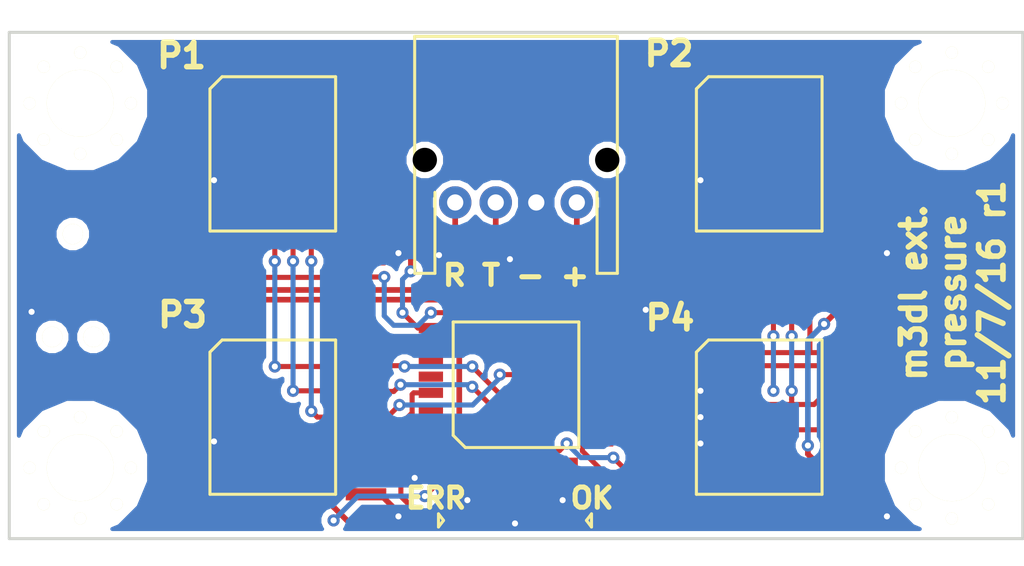
<source format=kicad_pcb>
(kicad_pcb (version 4) (host pcbnew 0.201604290946+6713~44~ubuntu14.04.1-product)

  (general
    (links 86)
    (no_connects 0)
    (area 74.282619 109.3025 125.717381 137.6825)
    (thickness 1.6)
    (drawings 12)
    (tracks 391)
    (zones 0)
    (modules 27)
    (nets 45)
  )

  (page A4)
  (layers
    (0 F.Cu signal)
    (31 B.Cu signal)
    (32 B.Adhes user)
    (33 F.Adhes user)
    (34 B.Paste user)
    (35 F.Paste user)
    (36 B.SilkS user)
    (37 F.SilkS user)
    (38 B.Mask user)
    (39 F.Mask user)
    (40 Dwgs.User user)
    (41 Cmts.User user)
    (42 Eco1.User user)
    (43 Eco2.User user)
    (44 Edge.Cuts user)
    (45 Margin user)
    (46 B.CrtYd user)
    (47 F.CrtYd user)
    (48 B.Fab user)
    (49 F.Fab user)
  )

  (setup
    (last_trace_width 0.28)
    (user_trace_width 0.28)
    (user_trace_width 0.4)
    (trace_clearance 0.19)
    (zone_clearance 0.3)
    (zone_45_only no)
    (trace_min 0.2)
    (segment_width 0.2)
    (edge_width 0.15)
    (via_size 0.6)
    (via_drill 0.4)
    (via_min_size 0.6)
    (via_min_drill 0.3)
    (user_via 0.6 0.3)
    (user_via 0.8 0.4)
    (uvia_size 0.3)
    (uvia_drill 0.1)
    (uvias_allowed no)
    (uvia_min_size 0.2)
    (uvia_min_drill 0.1)
    (pcb_text_width 0.3)
    (pcb_text_size 1.5 1.5)
    (mod_edge_width 0.15)
    (mod_text_size 1 1)
    (mod_text_width 0.15)
    (pad_size 1.6 1.6)
    (pad_drill 0.8)
    (pad_to_mask_clearance 0)
    (aux_axis_origin 0 0)
    (visible_elements FFFFEF5F)
    (pcbplotparams
      (layerselection 0x010f0_ffffffff)
      (usegerberextensions true)
      (excludeedgelayer true)
      (linewidth 0.100000)
      (plotframeref false)
      (viasonmask false)
      (mode 1)
      (useauxorigin false)
      (hpglpennumber 1)
      (hpglpenspeed 20)
      (hpglpendiameter 15)
      (psnegative false)
      (psa4output false)
      (plotreference false)
      (plotvalue false)
      (plotinvisibletext false)
      (padsonsilk false)
      (subtractmaskfromsilk true)
      (outputformat 1)
      (mirror false)
      (drillshape 0)
      (scaleselection 1)
      (outputdirectory gerbers/))
  )

  (net 0 "")
  (net 1 3v3)
  (net 2 /SWDIO)
  (net 3 /SWCLK)
  (net 4 GND)
  (net 5 /MOSI)
  (net 6 /SCLK)
  (net 7 /MISO)
  (net 8 /~CS1)
  (net 9 /~CS4)
  (net 10 /~CS3)
  (net 11 /~CS2)
  (net 12 /TX)
  (net 13 /RX)
  (net 14 "Net-(P1-Pad3)")
  (net 15 "Net-(P1-Pad6)")
  (net 16 "Net-(IC4-Pad1)")
  (net 17 "Net-(IC4-Pad2)")
  (net 18 "Net-(IC4-Pad10)")
  (net 19 "Net-(IC3-Pad1)")
  (net 20 "Net-(IC3-Pad2)")
  (net 21 "Net-(IC3-Pad10)")
  (net 22 "Net-(IC2-Pad1)")
  (net 23 "Net-(IC2-Pad2)")
  (net 24 "Net-(IC2-Pad10)")
  (net 25 "Net-(IC1-Pad1)")
  (net 26 "Net-(IC1-Pad2)")
  (net 27 "Net-(IC1-Pad10)")
  (net 28 "Net-(IC5-Pad2)")
  (net 29 "Net-(IC5-Pad3)")
  (net 30 "Net-(IC5-Pad4)")
  (net 31 "Net-(IC5-Pad14)")
  (net 32 "Net-(IC5-Pad18)")
  (net 33 "Net-(IC5-Pad21)")
  (net 34 "Net-(IC5-Pad22)")
  (net 35 "Net-(IC5-Pad27)")
  (net 36 "Net-(IC5-Pad28)")
  (net 37 "Net-(D1-Pad2)")
  (net 38 "Net-(D2-Pad2)")
  (net 39 "Net-(D1-Pad1)")
  (net 40 "Net-(D2-Pad1)")
  (net 41 "Net-(IC5-Pad30)")
  (net 42 "Net-(IC5-Pad7)")
  (net 43 "Net-(IC5-Pad6)")
  (net 44 "Net-(IC5-Pad8)")

  (net_class Default "This is the default net class."
    (clearance 0.19)
    (trace_width 0.25)
    (via_dia 0.6)
    (via_drill 0.4)
    (uvia_dia 0.3)
    (uvia_drill 0.1)
    (add_net /MISO)
    (add_net /MOSI)
    (add_net /RX)
    (add_net /SCLK)
    (add_net /SWCLK)
    (add_net /SWDIO)
    (add_net /TX)
    (add_net /~CS1)
    (add_net /~CS2)
    (add_net /~CS3)
    (add_net /~CS4)
    (add_net 3v3)
    (add_net GND)
    (add_net "Net-(D1-Pad1)")
    (add_net "Net-(D1-Pad2)")
    (add_net "Net-(D2-Pad1)")
    (add_net "Net-(D2-Pad2)")
    (add_net "Net-(IC1-Pad1)")
    (add_net "Net-(IC1-Pad10)")
    (add_net "Net-(IC1-Pad2)")
    (add_net "Net-(IC2-Pad1)")
    (add_net "Net-(IC2-Pad10)")
    (add_net "Net-(IC2-Pad2)")
    (add_net "Net-(IC3-Pad1)")
    (add_net "Net-(IC3-Pad10)")
    (add_net "Net-(IC3-Pad2)")
    (add_net "Net-(IC4-Pad1)")
    (add_net "Net-(IC4-Pad10)")
    (add_net "Net-(IC4-Pad2)")
    (add_net "Net-(IC5-Pad14)")
    (add_net "Net-(IC5-Pad18)")
    (add_net "Net-(IC5-Pad2)")
    (add_net "Net-(IC5-Pad21)")
    (add_net "Net-(IC5-Pad22)")
    (add_net "Net-(IC5-Pad27)")
    (add_net "Net-(IC5-Pad28)")
    (add_net "Net-(IC5-Pad3)")
    (add_net "Net-(IC5-Pad30)")
    (add_net "Net-(IC5-Pad4)")
    (add_net "Net-(IC5-Pad6)")
    (add_net "Net-(IC5-Pad7)")
    (add_net "Net-(IC5-Pad8)")
    (add_net "Net-(P1-Pad3)")
    (add_net "Net-(P1-Pad6)")
  )

  (module agg:M3_MOUNT locked (layer F.Cu) (tedit 5681D0FF) (tstamp 5782DA40)
    (at 121.5 114.5)
    (fp_text reference REF** (at 0 -4.1) (layer F.Fab) hide
      (effects (font (size 1 1) (thickness 0.15)))
    )
    (fp_text value M3_MOUNT (at 0 4.1) (layer F.Fab) hide
      (effects (font (size 1 1) (thickness 0.15)))
    )
    (fp_line (start -3.4 3.4) (end -3.4 -3.4) (layer F.CrtYd) (width 0.01))
    (fp_line (start 3.4 3.4) (end -3.4 3.4) (layer F.CrtYd) (width 0.01))
    (fp_line (start 3.4 -3.4) (end 3.4 3.4) (layer F.CrtYd) (width 0.01))
    (fp_line (start -3.4 -3.4) (end 3.4 -3.4) (layer F.CrtYd) (width 0.01))
    (pad "" np_thru_hole circle (at 0 0) (size 3.3 3.3) (drill 3.3) (layers *.Cu *.Mask F.SilkS)
      (solder_mask_margin 1.5) (clearance 1.65))
    (pad "" np_thru_hole circle (at 0 -2.5) (size 0.6 0.6) (drill 0.6) (layers *.Cu *.Mask F.SilkS))
    (pad "" np_thru_hole circle (at 2.5 0) (size 0.6 0.6) (drill 0.6) (layers *.Cu *.Mask F.SilkS))
    (pad "" np_thru_hole circle (at 0 2.5) (size 0.6 0.6) (drill 0.6) (layers *.Cu *.Mask F.SilkS))
    (pad "" np_thru_hole circle (at -2.5 0) (size 0.6 0.6) (drill 0.6) (layers *.Cu *.Mask F.SilkS))
    (pad "" np_thru_hole circle (at -1.8 -1.8) (size 0.6 0.6) (drill 0.6) (layers *.Cu *.Mask F.SilkS))
    (pad "" np_thru_hole circle (at 1.8 -1.8) (size 0.6 0.6) (drill 0.6) (layers *.Cu *.Mask F.SilkS))
    (pad "" np_thru_hole circle (at -1.8 1.8) (size 0.6 0.6) (drill 0.6) (layers *.Cu *.Mask F.SilkS))
    (pad "" np_thru_hole circle (at 1.8 1.8) (size 0.6 0.6) (drill 0.6) (layers *.Cu *.Mask F.SilkS))
  )

  (module agg:M3_MOUNT locked (layer F.Cu) (tedit 5681D0FF) (tstamp 5782DA30)
    (at 121.5 132.5)
    (fp_text reference REF** (at 0 -4.1) (layer F.Fab) hide
      (effects (font (size 1 1) (thickness 0.15)))
    )
    (fp_text value M3_MOUNT (at 0 4.1) (layer F.Fab) hide
      (effects (font (size 1 1) (thickness 0.15)))
    )
    (fp_line (start -3.4 3.4) (end -3.4 -3.4) (layer F.CrtYd) (width 0.01))
    (fp_line (start 3.4 3.4) (end -3.4 3.4) (layer F.CrtYd) (width 0.01))
    (fp_line (start 3.4 -3.4) (end 3.4 3.4) (layer F.CrtYd) (width 0.01))
    (fp_line (start -3.4 -3.4) (end 3.4 -3.4) (layer F.CrtYd) (width 0.01))
    (pad "" np_thru_hole circle (at 0 0) (size 3.3 3.3) (drill 3.3) (layers *.Cu *.Mask F.SilkS)
      (solder_mask_margin 1.5) (clearance 1.65))
    (pad "" np_thru_hole circle (at 0 -2.5) (size 0.6 0.6) (drill 0.6) (layers *.Cu *.Mask F.SilkS))
    (pad "" np_thru_hole circle (at 2.5 0) (size 0.6 0.6) (drill 0.6) (layers *.Cu *.Mask F.SilkS))
    (pad "" np_thru_hole circle (at 0 2.5) (size 0.6 0.6) (drill 0.6) (layers *.Cu *.Mask F.SilkS))
    (pad "" np_thru_hole circle (at -2.5 0) (size 0.6 0.6) (drill 0.6) (layers *.Cu *.Mask F.SilkS))
    (pad "" np_thru_hole circle (at -1.8 -1.8) (size 0.6 0.6) (drill 0.6) (layers *.Cu *.Mask F.SilkS))
    (pad "" np_thru_hole circle (at 1.8 -1.8) (size 0.6 0.6) (drill 0.6) (layers *.Cu *.Mask F.SilkS))
    (pad "" np_thru_hole circle (at -1.8 1.8) (size 0.6 0.6) (drill 0.6) (layers *.Cu *.Mask F.SilkS))
    (pad "" np_thru_hole circle (at 1.8 1.8) (size 0.6 0.6) (drill 0.6) (layers *.Cu *.Mask F.SilkS))
  )

  (module agg:M3_MOUNT locked (layer F.Cu) (tedit 5681D0FF) (tstamp 5782D9FF)
    (at 78.5 132.5)
    (fp_text reference REF** (at 0 -4.1) (layer F.Fab) hide
      (effects (font (size 1 1) (thickness 0.15)))
    )
    (fp_text value M3_MOUNT (at 0 4.1) (layer F.Fab) hide
      (effects (font (size 1 1) (thickness 0.15)))
    )
    (fp_line (start -3.4 3.4) (end -3.4 -3.4) (layer F.CrtYd) (width 0.01))
    (fp_line (start 3.4 3.4) (end -3.4 3.4) (layer F.CrtYd) (width 0.01))
    (fp_line (start 3.4 -3.4) (end 3.4 3.4) (layer F.CrtYd) (width 0.01))
    (fp_line (start -3.4 -3.4) (end 3.4 -3.4) (layer F.CrtYd) (width 0.01))
    (pad "" np_thru_hole circle (at 0 0) (size 3.3 3.3) (drill 3.3) (layers *.Cu *.Mask F.SilkS)
      (solder_mask_margin 1.5) (clearance 1.65))
    (pad "" np_thru_hole circle (at 0 -2.5) (size 0.6 0.6) (drill 0.6) (layers *.Cu *.Mask F.SilkS))
    (pad "" np_thru_hole circle (at 2.5 0) (size 0.6 0.6) (drill 0.6) (layers *.Cu *.Mask F.SilkS))
    (pad "" np_thru_hole circle (at 0 2.5) (size 0.6 0.6) (drill 0.6) (layers *.Cu *.Mask F.SilkS))
    (pad "" np_thru_hole circle (at -2.5 0) (size 0.6 0.6) (drill 0.6) (layers *.Cu *.Mask F.SilkS))
    (pad "" np_thru_hole circle (at -1.8 -1.8) (size 0.6 0.6) (drill 0.6) (layers *.Cu *.Mask F.SilkS))
    (pad "" np_thru_hole circle (at 1.8 -1.8) (size 0.6 0.6) (drill 0.6) (layers *.Cu *.Mask F.SilkS))
    (pad "" np_thru_hole circle (at -1.8 1.8) (size 0.6 0.6) (drill 0.6) (layers *.Cu *.Mask F.SilkS))
    (pad "" np_thru_hole circle (at 1.8 1.8) (size 0.6 0.6) (drill 0.6) (layers *.Cu *.Mask F.SilkS))
  )

  (module agg:M3_MOUNT locked (layer F.Cu) (tedit 5681D0FF) (tstamp 5782D9EC)
    (at 78.5 114.5)
    (fp_text reference REF** (at 0 -4.1) (layer F.Fab) hide
      (effects (font (size 1 1) (thickness 0.15)))
    )
    (fp_text value M3_MOUNT (at 0 4.1) (layer F.Fab) hide
      (effects (font (size 1 1) (thickness 0.15)))
    )
    (fp_line (start -3.4 3.4) (end -3.4 -3.4) (layer F.CrtYd) (width 0.01))
    (fp_line (start 3.4 3.4) (end -3.4 3.4) (layer F.CrtYd) (width 0.01))
    (fp_line (start 3.4 -3.4) (end 3.4 3.4) (layer F.CrtYd) (width 0.01))
    (fp_line (start -3.4 -3.4) (end 3.4 -3.4) (layer F.CrtYd) (width 0.01))
    (pad "" np_thru_hole circle (at 0 0) (size 3.3 3.3) (drill 3.3) (layers *.Cu *.Mask F.SilkS)
      (solder_mask_margin 1.5) (clearance 1.65))
    (pad "" np_thru_hole circle (at 0 -2.5) (size 0.6 0.6) (drill 0.6) (layers *.Cu *.Mask F.SilkS))
    (pad "" np_thru_hole circle (at 2.5 0) (size 0.6 0.6) (drill 0.6) (layers *.Cu *.Mask F.SilkS))
    (pad "" np_thru_hole circle (at 0 2.5) (size 0.6 0.6) (drill 0.6) (layers *.Cu *.Mask F.SilkS))
    (pad "" np_thru_hole circle (at -2.5 0) (size 0.6 0.6) (drill 0.6) (layers *.Cu *.Mask F.SilkS))
    (pad "" np_thru_hole circle (at -1.8 -1.8) (size 0.6 0.6) (drill 0.6) (layers *.Cu *.Mask F.SilkS))
    (pad "" np_thru_hole circle (at 1.8 -1.8) (size 0.6 0.6) (drill 0.6) (layers *.Cu *.Mask F.SilkS))
    (pad "" np_thru_hole circle (at -1.8 1.8) (size 0.6 0.6) (drill 0.6) (layers *.Cu *.Mask F.SilkS))
    (pad "" np_thru_hole circle (at 1.8 1.8) (size 0.6 0.6) (drill 0.6) (layers *.Cu *.Mask F.SilkS))
  )

  (module agg:TC2030-NL (layer F.Cu) (tedit 56848096) (tstamp 57829EA4)
    (at 78.14 123.5 270)
    (path /5782778B)
    (fp_text reference P1 (at 0 -2.6 270) (layer F.Fab)
      (effects (font (size 1 1) (thickness 0.15)))
    )
    (fp_text value SWD_TC (at 0 2.75 270) (layer F.Fab)
      (effects (font (size 1 1) (thickness 0.15)))
    )
    (fp_line (start -3.5 -2) (end 3.5 -2) (layer F.CrtYd) (width 0.01))
    (fp_line (start -3.5 2) (end -3.5 -2) (layer F.CrtYd) (width 0.01))
    (fp_line (start 3.5 2) (end -3.5 2) (layer F.CrtYd) (width 0.01))
    (fp_line (start 3.5 -2) (end 3.5 2) (layer F.CrtYd) (width 0.01))
    (pad 1 smd circle (at -1.27 0.64 270) (size 0.787 0.787) (layers F.Cu F.Mask)
      (net 1 3v3))
    (pad 2 smd circle (at -1.27 -0.63 270) (size 0.787 0.787) (layers F.Cu F.Mask)
      (net 2 /SWDIO))
    (pad 3 smd circle (at 0 0.64 270) (size 0.787 0.787) (layers F.Cu F.Mask)
      (net 14 "Net-(P1-Pad3)"))
    (pad 4 smd circle (at 0 -0.63 270) (size 0.787 0.787) (layers F.Cu F.Mask)
      (net 3 /SWCLK))
    (pad 5 smd circle (at 1.27 0.64 270) (size 0.787 0.787) (layers F.Cu F.Mask)
      (net 4 GND))
    (pad 6 smd circle (at 1.27 -0.63 270) (size 0.787 0.787) (layers F.Cu F.Mask)
      (net 15 "Net-(P1-Pad6)"))
    (pad "" np_thru_hole circle (at -2.54 0.005 270) (size 1 1) (drill 1) (layers *.Cu *.Mask F.SilkS))
    (pad "" np_thru_hole circle (at 2.54 1.021 270) (size 1 1) (drill 1) (layers *.Cu *.Mask F.SilkS))
    (pad "" np_thru_hole circle (at 2.54 -1.011 270) (size 1 1) (drill 1) (layers *.Cu *.Mask F.SilkS))
  )

  (module agg:SP100 (layer F.Cu) (tedit 57826F5A) (tstamp 57829F0E)
    (at 88 117)
    (path /5782701B)
    (fp_text reference IC1 (at 0 -6.495) (layer F.Fab)
      (effects (font (size 1 1) (thickness 0.15)))
    )
    (fp_text value SP100 (at 0 6.495) (layer F.Fab)
      (effects (font (size 1 1) (thickness 0.15)))
    )
    (fp_line (start -3.025 -5.545) (end 3.025 -5.545) (layer F.Fab) (width 0.01))
    (fp_line (start 3.025 -5.545) (end 3.025 5.545) (layer F.Fab) (width 0.01))
    (fp_line (start 3.025 5.545) (end -3.025 5.545) (layer F.Fab) (width 0.01))
    (fp_line (start -3.025 5.545) (end -3.025 -5.545) (layer F.Fab) (width 0.01))
    (fp_circle (center -2.225 -4.745) (end -2.225 -4.345) (layer F.Fab) (width 0.01))
    (fp_line (start -4.625 -4.06) (end -3.025 -4.06) (layer F.Fab) (width 0.01))
    (fp_line (start -3.025 -3.56) (end -4.625 -3.56) (layer F.Fab) (width 0.01))
    (fp_line (start -4.625 -3.56) (end -4.625 -4.06) (layer F.Fab) (width 0.01))
    (fp_line (start -4.625 -2.79) (end -3.025 -2.79) (layer F.Fab) (width 0.01))
    (fp_line (start -3.025 -2.29) (end -4.625 -2.29) (layer F.Fab) (width 0.01))
    (fp_line (start -4.625 -2.29) (end -4.625 -2.79) (layer F.Fab) (width 0.01))
    (fp_line (start -4.625 -1.52) (end -3.025 -1.52) (layer F.Fab) (width 0.01))
    (fp_line (start -3.025 -1.02) (end -4.625 -1.02) (layer F.Fab) (width 0.01))
    (fp_line (start -4.625 -1.02) (end -4.625 -1.52) (layer F.Fab) (width 0.01))
    (fp_line (start -4.625 -0.25) (end -3.025 -0.25) (layer F.Fab) (width 0.01))
    (fp_line (start -3.025 0.25) (end -4.625 0.25) (layer F.Fab) (width 0.01))
    (fp_line (start -4.625 0.25) (end -4.625 -0.25) (layer F.Fab) (width 0.01))
    (fp_line (start -4.625 1.02) (end -3.025 1.02) (layer F.Fab) (width 0.01))
    (fp_line (start -3.025 1.52) (end -4.625 1.52) (layer F.Fab) (width 0.01))
    (fp_line (start -4.625 1.52) (end -4.625 1.02) (layer F.Fab) (width 0.01))
    (fp_line (start -4.625 2.29) (end -3.025 2.29) (layer F.Fab) (width 0.01))
    (fp_line (start -3.025 2.79) (end -4.625 2.79) (layer F.Fab) (width 0.01))
    (fp_line (start -4.625 2.79) (end -4.625 2.29) (layer F.Fab) (width 0.01))
    (fp_line (start -4.625 3.56) (end -3.025 3.56) (layer F.Fab) (width 0.01))
    (fp_line (start -3.025 4.06) (end -4.625 4.06) (layer F.Fab) (width 0.01))
    (fp_line (start -4.625 4.06) (end -4.625 3.56) (layer F.Fab) (width 0.01))
    (fp_line (start 3.025 3.56) (end 4.625 3.56) (layer F.Fab) (width 0.01))
    (fp_line (start 4.625 3.56) (end 4.625 4.06) (layer F.Fab) (width 0.01))
    (fp_line (start 4.625 4.06) (end 3.025 4.06) (layer F.Fab) (width 0.01))
    (fp_line (start 3.025 2.29) (end 4.625 2.29) (layer F.Fab) (width 0.01))
    (fp_line (start 4.625 2.29) (end 4.625 2.79) (layer F.Fab) (width 0.01))
    (fp_line (start 4.625 2.79) (end 3.025 2.79) (layer F.Fab) (width 0.01))
    (fp_line (start 3.025 1.02) (end 4.625 1.02) (layer F.Fab) (width 0.01))
    (fp_line (start 4.625 1.02) (end 4.625 1.52) (layer F.Fab) (width 0.01))
    (fp_line (start 4.625 1.52) (end 3.025 1.52) (layer F.Fab) (width 0.01))
    (fp_line (start 3.025 -0.25) (end 4.625 -0.25) (layer F.Fab) (width 0.01))
    (fp_line (start 4.625 -0.25) (end 4.625 0.25) (layer F.Fab) (width 0.01))
    (fp_line (start 4.625 0.25) (end 3.025 0.25) (layer F.Fab) (width 0.01))
    (fp_line (start 3.025 -1.52) (end 4.625 -1.52) (layer F.Fab) (width 0.01))
    (fp_line (start 4.625 -1.52) (end 4.625 -1.02) (layer F.Fab) (width 0.01))
    (fp_line (start 4.625 -1.02) (end 3.025 -1.02) (layer F.Fab) (width 0.01))
    (fp_line (start 3.025 -2.79) (end 4.625 -2.79) (layer F.Fab) (width 0.01))
    (fp_line (start 4.625 -2.79) (end 4.625 -2.29) (layer F.Fab) (width 0.01))
    (fp_line (start 4.625 -2.29) (end 3.025 -2.29) (layer F.Fab) (width 0.01))
    (fp_line (start 3.025 -4.06) (end 4.625 -4.06) (layer F.Fab) (width 0.01))
    (fp_line (start 4.625 -4.06) (end 4.625 -3.56) (layer F.Fab) (width 0.01))
    (fp_line (start 4.625 -3.56) (end 3.025 -3.56) (layer F.Fab) (width 0.01))
    (fp_line (start -2.5 -3.81) (end 3.1 -3.81) (layer F.SilkS) (width 0.15))
    (fp_line (start 3.1 -3.81) (end 3.1 3.81) (layer F.SilkS) (width 0.15))
    (fp_line (start 3.1 3.81) (end -3.1 3.81) (layer F.SilkS) (width 0.15))
    (fp_line (start -3.1 3.81) (end -3.1 -3.21) (layer F.SilkS) (width 0.15))
    (fp_line (start -3.1 -3.21) (end -2.5 -3.81) (layer F.SilkS) (width 0.15))
    (fp_line (start -5.85 -5.8) (end 5.85 -5.8) (layer F.CrtYd) (width 0.01))
    (fp_line (start 5.85 -5.8) (end 5.85 5.8) (layer F.CrtYd) (width 0.01))
    (fp_line (start 5.85 5.8) (end -5.85 5.8) (layer F.CrtYd) (width 0.01))
    (fp_line (start -5.85 5.8) (end -5.85 -5.8) (layer F.CrtYd) (width 0.01))
    (pad 1 smd rect (at -4.6 -3.81) (size 2 0.6) (layers F.Cu F.Paste F.Mask)
      (net 25 "Net-(IC1-Pad1)"))
    (pad 2 smd rect (at -4.6 -2.54) (size 2 0.6) (layers F.Cu F.Paste F.Mask)
      (net 26 "Net-(IC1-Pad2)"))
    (pad 3 smd rect (at -4.6 -1.27) (size 2 0.6) (layers F.Cu F.Paste F.Mask)
      (net 4 GND))
    (pad 4 smd rect (at -4.6 0) (size 2 0.6) (layers F.Cu F.Paste F.Mask)
      (net 4 GND))
    (pad 5 smd rect (at -4.6 1.27) (size 2 0.6) (layers F.Cu F.Paste F.Mask)
      (net 4 GND))
    (pad 6 smd rect (at -4.6 2.54) (size 2 0.6) (layers F.Cu F.Paste F.Mask)
      (net 4 GND))
    (pad 7 smd rect (at -4.6 3.81) (size 2 0.6) (layers F.Cu F.Paste F.Mask)
      (net 4 GND))
    (pad 8 smd rect (at 4.6 3.81) (size 2 0.6) (layers F.Cu F.Paste F.Mask)
      (net 4 GND))
    (pad 9 smd rect (at 4.6 2.54) (size 2 0.6) (layers F.Cu F.Paste F.Mask)
      (net 1 3v3))
    (pad 10 smd rect (at 4.6 1.27) (size 2 0.6) (layers F.Cu F.Paste F.Mask)
      (net 27 "Net-(IC1-Pad10)"))
    (pad 11 smd rect (at 4.6 0) (size 2 0.6) (layers F.Cu F.Paste F.Mask)
      (net 5 /MOSI))
    (pad 12 smd rect (at 4.6 -1.27) (size 2 0.6) (layers F.Cu F.Paste F.Mask)
      (net 6 /SCLK))
    (pad 13 smd rect (at 4.6 -2.54) (size 2 0.6) (layers F.Cu F.Paste F.Mask)
      (net 7 /MISO))
    (pad 14 smd rect (at 4.6 -3.81) (size 2 0.6) (layers F.Cu F.Paste F.Mask)
      (net 8 /~CS1))
  )

  (module agg:SP100 (layer F.Cu) (tedit 57826F5A) (tstamp 57829FEA)
    (at 112 130)
    (path /57829F2F)
    (fp_text reference IC4 (at 0 -6.495) (layer F.Fab)
      (effects (font (size 1 1) (thickness 0.15)))
    )
    (fp_text value SP100 (at 0 6.495) (layer F.Fab)
      (effects (font (size 1 1) (thickness 0.15)))
    )
    (fp_line (start -3.025 -5.545) (end 3.025 -5.545) (layer F.Fab) (width 0.01))
    (fp_line (start 3.025 -5.545) (end 3.025 5.545) (layer F.Fab) (width 0.01))
    (fp_line (start 3.025 5.545) (end -3.025 5.545) (layer F.Fab) (width 0.01))
    (fp_line (start -3.025 5.545) (end -3.025 -5.545) (layer F.Fab) (width 0.01))
    (fp_circle (center -2.225 -4.745) (end -2.225 -4.345) (layer F.Fab) (width 0.01))
    (fp_line (start -4.625 -4.06) (end -3.025 -4.06) (layer F.Fab) (width 0.01))
    (fp_line (start -3.025 -3.56) (end -4.625 -3.56) (layer F.Fab) (width 0.01))
    (fp_line (start -4.625 -3.56) (end -4.625 -4.06) (layer F.Fab) (width 0.01))
    (fp_line (start -4.625 -2.79) (end -3.025 -2.79) (layer F.Fab) (width 0.01))
    (fp_line (start -3.025 -2.29) (end -4.625 -2.29) (layer F.Fab) (width 0.01))
    (fp_line (start -4.625 -2.29) (end -4.625 -2.79) (layer F.Fab) (width 0.01))
    (fp_line (start -4.625 -1.52) (end -3.025 -1.52) (layer F.Fab) (width 0.01))
    (fp_line (start -3.025 -1.02) (end -4.625 -1.02) (layer F.Fab) (width 0.01))
    (fp_line (start -4.625 -1.02) (end -4.625 -1.52) (layer F.Fab) (width 0.01))
    (fp_line (start -4.625 -0.25) (end -3.025 -0.25) (layer F.Fab) (width 0.01))
    (fp_line (start -3.025 0.25) (end -4.625 0.25) (layer F.Fab) (width 0.01))
    (fp_line (start -4.625 0.25) (end -4.625 -0.25) (layer F.Fab) (width 0.01))
    (fp_line (start -4.625 1.02) (end -3.025 1.02) (layer F.Fab) (width 0.01))
    (fp_line (start -3.025 1.52) (end -4.625 1.52) (layer F.Fab) (width 0.01))
    (fp_line (start -4.625 1.52) (end -4.625 1.02) (layer F.Fab) (width 0.01))
    (fp_line (start -4.625 2.29) (end -3.025 2.29) (layer F.Fab) (width 0.01))
    (fp_line (start -3.025 2.79) (end -4.625 2.79) (layer F.Fab) (width 0.01))
    (fp_line (start -4.625 2.79) (end -4.625 2.29) (layer F.Fab) (width 0.01))
    (fp_line (start -4.625 3.56) (end -3.025 3.56) (layer F.Fab) (width 0.01))
    (fp_line (start -3.025 4.06) (end -4.625 4.06) (layer F.Fab) (width 0.01))
    (fp_line (start -4.625 4.06) (end -4.625 3.56) (layer F.Fab) (width 0.01))
    (fp_line (start 3.025 3.56) (end 4.625 3.56) (layer F.Fab) (width 0.01))
    (fp_line (start 4.625 3.56) (end 4.625 4.06) (layer F.Fab) (width 0.01))
    (fp_line (start 4.625 4.06) (end 3.025 4.06) (layer F.Fab) (width 0.01))
    (fp_line (start 3.025 2.29) (end 4.625 2.29) (layer F.Fab) (width 0.01))
    (fp_line (start 4.625 2.29) (end 4.625 2.79) (layer F.Fab) (width 0.01))
    (fp_line (start 4.625 2.79) (end 3.025 2.79) (layer F.Fab) (width 0.01))
    (fp_line (start 3.025 1.02) (end 4.625 1.02) (layer F.Fab) (width 0.01))
    (fp_line (start 4.625 1.02) (end 4.625 1.52) (layer F.Fab) (width 0.01))
    (fp_line (start 4.625 1.52) (end 3.025 1.52) (layer F.Fab) (width 0.01))
    (fp_line (start 3.025 -0.25) (end 4.625 -0.25) (layer F.Fab) (width 0.01))
    (fp_line (start 4.625 -0.25) (end 4.625 0.25) (layer F.Fab) (width 0.01))
    (fp_line (start 4.625 0.25) (end 3.025 0.25) (layer F.Fab) (width 0.01))
    (fp_line (start 3.025 -1.52) (end 4.625 -1.52) (layer F.Fab) (width 0.01))
    (fp_line (start 4.625 -1.52) (end 4.625 -1.02) (layer F.Fab) (width 0.01))
    (fp_line (start 4.625 -1.02) (end 3.025 -1.02) (layer F.Fab) (width 0.01))
    (fp_line (start 3.025 -2.79) (end 4.625 -2.79) (layer F.Fab) (width 0.01))
    (fp_line (start 4.625 -2.79) (end 4.625 -2.29) (layer F.Fab) (width 0.01))
    (fp_line (start 4.625 -2.29) (end 3.025 -2.29) (layer F.Fab) (width 0.01))
    (fp_line (start 3.025 -4.06) (end 4.625 -4.06) (layer F.Fab) (width 0.01))
    (fp_line (start 4.625 -4.06) (end 4.625 -3.56) (layer F.Fab) (width 0.01))
    (fp_line (start 4.625 -3.56) (end 3.025 -3.56) (layer F.Fab) (width 0.01))
    (fp_line (start -2.5 -3.81) (end 3.1 -3.81) (layer F.SilkS) (width 0.15))
    (fp_line (start 3.1 -3.81) (end 3.1 3.81) (layer F.SilkS) (width 0.15))
    (fp_line (start 3.1 3.81) (end -3.1 3.81) (layer F.SilkS) (width 0.15))
    (fp_line (start -3.1 3.81) (end -3.1 -3.21) (layer F.SilkS) (width 0.15))
    (fp_line (start -3.1 -3.21) (end -2.5 -3.81) (layer F.SilkS) (width 0.15))
    (fp_line (start -5.85 -5.8) (end 5.85 -5.8) (layer F.CrtYd) (width 0.01))
    (fp_line (start 5.85 -5.8) (end 5.85 5.8) (layer F.CrtYd) (width 0.01))
    (fp_line (start 5.85 5.8) (end -5.85 5.8) (layer F.CrtYd) (width 0.01))
    (fp_line (start -5.85 5.8) (end -5.85 -5.8) (layer F.CrtYd) (width 0.01))
    (pad 1 smd rect (at -4.6 -3.81) (size 2 0.6) (layers F.Cu F.Paste F.Mask)
      (net 16 "Net-(IC4-Pad1)"))
    (pad 2 smd rect (at -4.6 -2.54) (size 2 0.6) (layers F.Cu F.Paste F.Mask)
      (net 17 "Net-(IC4-Pad2)"))
    (pad 3 smd rect (at -4.6 -1.27) (size 2 0.6) (layers F.Cu F.Paste F.Mask)
      (net 4 GND))
    (pad 4 smd rect (at -4.6 0) (size 2 0.6) (layers F.Cu F.Paste F.Mask)
      (net 4 GND))
    (pad 5 smd rect (at -4.6 1.27) (size 2 0.6) (layers F.Cu F.Paste F.Mask)
      (net 4 GND))
    (pad 6 smd rect (at -4.6 2.54) (size 2 0.6) (layers F.Cu F.Paste F.Mask)
      (net 4 GND))
    (pad 7 smd rect (at -4.6 3.81) (size 2 0.6) (layers F.Cu F.Paste F.Mask)
      (net 4 GND))
    (pad 8 smd rect (at 4.6 3.81) (size 2 0.6) (layers F.Cu F.Paste F.Mask)
      (net 4 GND))
    (pad 9 smd rect (at 4.6 2.54) (size 2 0.6) (layers F.Cu F.Paste F.Mask)
      (net 1 3v3))
    (pad 10 smd rect (at 4.6 1.27) (size 2 0.6) (layers F.Cu F.Paste F.Mask)
      (net 18 "Net-(IC4-Pad10)"))
    (pad 11 smd rect (at 4.6 0) (size 2 0.6) (layers F.Cu F.Paste F.Mask)
      (net 5 /MOSI))
    (pad 12 smd rect (at 4.6 -1.27) (size 2 0.6) (layers F.Cu F.Paste F.Mask)
      (net 6 /SCLK))
    (pad 13 smd rect (at 4.6 -2.54) (size 2 0.6) (layers F.Cu F.Paste F.Mask)
      (net 7 /MISO))
    (pad 14 smd rect (at 4.6 -3.81) (size 2 0.6) (layers F.Cu F.Paste F.Mask)
      (net 9 /~CS4))
  )

  (module agg:SP100 (layer F.Cu) (tedit 57826F5A) (tstamp 5782A0C6)
    (at 88 130)
    (path /57829E06)
    (fp_text reference IC3 (at 0 -6.495) (layer F.Fab)
      (effects (font (size 1 1) (thickness 0.15)))
    )
    (fp_text value SP100 (at 0 6.495) (layer F.Fab)
      (effects (font (size 1 1) (thickness 0.15)))
    )
    (fp_line (start -3.025 -5.545) (end 3.025 -5.545) (layer F.Fab) (width 0.01))
    (fp_line (start 3.025 -5.545) (end 3.025 5.545) (layer F.Fab) (width 0.01))
    (fp_line (start 3.025 5.545) (end -3.025 5.545) (layer F.Fab) (width 0.01))
    (fp_line (start -3.025 5.545) (end -3.025 -5.545) (layer F.Fab) (width 0.01))
    (fp_circle (center -2.225 -4.745) (end -2.225 -4.345) (layer F.Fab) (width 0.01))
    (fp_line (start -4.625 -4.06) (end -3.025 -4.06) (layer F.Fab) (width 0.01))
    (fp_line (start -3.025 -3.56) (end -4.625 -3.56) (layer F.Fab) (width 0.01))
    (fp_line (start -4.625 -3.56) (end -4.625 -4.06) (layer F.Fab) (width 0.01))
    (fp_line (start -4.625 -2.79) (end -3.025 -2.79) (layer F.Fab) (width 0.01))
    (fp_line (start -3.025 -2.29) (end -4.625 -2.29) (layer F.Fab) (width 0.01))
    (fp_line (start -4.625 -2.29) (end -4.625 -2.79) (layer F.Fab) (width 0.01))
    (fp_line (start -4.625 -1.52) (end -3.025 -1.52) (layer F.Fab) (width 0.01))
    (fp_line (start -3.025 -1.02) (end -4.625 -1.02) (layer F.Fab) (width 0.01))
    (fp_line (start -4.625 -1.02) (end -4.625 -1.52) (layer F.Fab) (width 0.01))
    (fp_line (start -4.625 -0.25) (end -3.025 -0.25) (layer F.Fab) (width 0.01))
    (fp_line (start -3.025 0.25) (end -4.625 0.25) (layer F.Fab) (width 0.01))
    (fp_line (start -4.625 0.25) (end -4.625 -0.25) (layer F.Fab) (width 0.01))
    (fp_line (start -4.625 1.02) (end -3.025 1.02) (layer F.Fab) (width 0.01))
    (fp_line (start -3.025 1.52) (end -4.625 1.52) (layer F.Fab) (width 0.01))
    (fp_line (start -4.625 1.52) (end -4.625 1.02) (layer F.Fab) (width 0.01))
    (fp_line (start -4.625 2.29) (end -3.025 2.29) (layer F.Fab) (width 0.01))
    (fp_line (start -3.025 2.79) (end -4.625 2.79) (layer F.Fab) (width 0.01))
    (fp_line (start -4.625 2.79) (end -4.625 2.29) (layer F.Fab) (width 0.01))
    (fp_line (start -4.625 3.56) (end -3.025 3.56) (layer F.Fab) (width 0.01))
    (fp_line (start -3.025 4.06) (end -4.625 4.06) (layer F.Fab) (width 0.01))
    (fp_line (start -4.625 4.06) (end -4.625 3.56) (layer F.Fab) (width 0.01))
    (fp_line (start 3.025 3.56) (end 4.625 3.56) (layer F.Fab) (width 0.01))
    (fp_line (start 4.625 3.56) (end 4.625 4.06) (layer F.Fab) (width 0.01))
    (fp_line (start 4.625 4.06) (end 3.025 4.06) (layer F.Fab) (width 0.01))
    (fp_line (start 3.025 2.29) (end 4.625 2.29) (layer F.Fab) (width 0.01))
    (fp_line (start 4.625 2.29) (end 4.625 2.79) (layer F.Fab) (width 0.01))
    (fp_line (start 4.625 2.79) (end 3.025 2.79) (layer F.Fab) (width 0.01))
    (fp_line (start 3.025 1.02) (end 4.625 1.02) (layer F.Fab) (width 0.01))
    (fp_line (start 4.625 1.02) (end 4.625 1.52) (layer F.Fab) (width 0.01))
    (fp_line (start 4.625 1.52) (end 3.025 1.52) (layer F.Fab) (width 0.01))
    (fp_line (start 3.025 -0.25) (end 4.625 -0.25) (layer F.Fab) (width 0.01))
    (fp_line (start 4.625 -0.25) (end 4.625 0.25) (layer F.Fab) (width 0.01))
    (fp_line (start 4.625 0.25) (end 3.025 0.25) (layer F.Fab) (width 0.01))
    (fp_line (start 3.025 -1.52) (end 4.625 -1.52) (layer F.Fab) (width 0.01))
    (fp_line (start 4.625 -1.52) (end 4.625 -1.02) (layer F.Fab) (width 0.01))
    (fp_line (start 4.625 -1.02) (end 3.025 -1.02) (layer F.Fab) (width 0.01))
    (fp_line (start 3.025 -2.79) (end 4.625 -2.79) (layer F.Fab) (width 0.01))
    (fp_line (start 4.625 -2.79) (end 4.625 -2.29) (layer F.Fab) (width 0.01))
    (fp_line (start 4.625 -2.29) (end 3.025 -2.29) (layer F.Fab) (width 0.01))
    (fp_line (start 3.025 -4.06) (end 4.625 -4.06) (layer F.Fab) (width 0.01))
    (fp_line (start 4.625 -4.06) (end 4.625 -3.56) (layer F.Fab) (width 0.01))
    (fp_line (start 4.625 -3.56) (end 3.025 -3.56) (layer F.Fab) (width 0.01))
    (fp_line (start -2.5 -3.81) (end 3.1 -3.81) (layer F.SilkS) (width 0.15))
    (fp_line (start 3.1 -3.81) (end 3.1 3.81) (layer F.SilkS) (width 0.15))
    (fp_line (start 3.1 3.81) (end -3.1 3.81) (layer F.SilkS) (width 0.15))
    (fp_line (start -3.1 3.81) (end -3.1 -3.21) (layer F.SilkS) (width 0.15))
    (fp_line (start -3.1 -3.21) (end -2.5 -3.81) (layer F.SilkS) (width 0.15))
    (fp_line (start -5.85 -5.8) (end 5.85 -5.8) (layer F.CrtYd) (width 0.01))
    (fp_line (start 5.85 -5.8) (end 5.85 5.8) (layer F.CrtYd) (width 0.01))
    (fp_line (start 5.85 5.8) (end -5.85 5.8) (layer F.CrtYd) (width 0.01))
    (fp_line (start -5.85 5.8) (end -5.85 -5.8) (layer F.CrtYd) (width 0.01))
    (pad 1 smd rect (at -4.6 -3.81) (size 2 0.6) (layers F.Cu F.Paste F.Mask)
      (net 19 "Net-(IC3-Pad1)"))
    (pad 2 smd rect (at -4.6 -2.54) (size 2 0.6) (layers F.Cu F.Paste F.Mask)
      (net 20 "Net-(IC3-Pad2)"))
    (pad 3 smd rect (at -4.6 -1.27) (size 2 0.6) (layers F.Cu F.Paste F.Mask)
      (net 4 GND))
    (pad 4 smd rect (at -4.6 0) (size 2 0.6) (layers F.Cu F.Paste F.Mask)
      (net 4 GND))
    (pad 5 smd rect (at -4.6 1.27) (size 2 0.6) (layers F.Cu F.Paste F.Mask)
      (net 4 GND))
    (pad 6 smd rect (at -4.6 2.54) (size 2 0.6) (layers F.Cu F.Paste F.Mask)
      (net 4 GND))
    (pad 7 smd rect (at -4.6 3.81) (size 2 0.6) (layers F.Cu F.Paste F.Mask)
      (net 4 GND))
    (pad 8 smd rect (at 4.6 3.81) (size 2 0.6) (layers F.Cu F.Paste F.Mask)
      (net 4 GND))
    (pad 9 smd rect (at 4.6 2.54) (size 2 0.6) (layers F.Cu F.Paste F.Mask)
      (net 1 3v3))
    (pad 10 smd rect (at 4.6 1.27) (size 2 0.6) (layers F.Cu F.Paste F.Mask)
      (net 21 "Net-(IC3-Pad10)"))
    (pad 11 smd rect (at 4.6 0) (size 2 0.6) (layers F.Cu F.Paste F.Mask)
      (net 5 /MOSI))
    (pad 12 smd rect (at 4.6 -1.27) (size 2 0.6) (layers F.Cu F.Paste F.Mask)
      (net 6 /SCLK))
    (pad 13 smd rect (at 4.6 -2.54) (size 2 0.6) (layers F.Cu F.Paste F.Mask)
      (net 7 /MISO))
    (pad 14 smd rect (at 4.6 -3.81) (size 2 0.6) (layers F.Cu F.Paste F.Mask)
      (net 10 /~CS3))
  )

  (module agg:SP100 (layer F.Cu) (tedit 57826F5A) (tstamp 5782A1A2)
    (at 112 117)
    (path /57829BBB)
    (fp_text reference IC2 (at 0 -6.495) (layer F.Fab)
      (effects (font (size 1 1) (thickness 0.15)))
    )
    (fp_text value SP100 (at 0 6.495) (layer F.Fab)
      (effects (font (size 1 1) (thickness 0.15)))
    )
    (fp_line (start -3.025 -5.545) (end 3.025 -5.545) (layer F.Fab) (width 0.01))
    (fp_line (start 3.025 -5.545) (end 3.025 5.545) (layer F.Fab) (width 0.01))
    (fp_line (start 3.025 5.545) (end -3.025 5.545) (layer F.Fab) (width 0.01))
    (fp_line (start -3.025 5.545) (end -3.025 -5.545) (layer F.Fab) (width 0.01))
    (fp_circle (center -2.225 -4.745) (end -2.225 -4.345) (layer F.Fab) (width 0.01))
    (fp_line (start -4.625 -4.06) (end -3.025 -4.06) (layer F.Fab) (width 0.01))
    (fp_line (start -3.025 -3.56) (end -4.625 -3.56) (layer F.Fab) (width 0.01))
    (fp_line (start -4.625 -3.56) (end -4.625 -4.06) (layer F.Fab) (width 0.01))
    (fp_line (start -4.625 -2.79) (end -3.025 -2.79) (layer F.Fab) (width 0.01))
    (fp_line (start -3.025 -2.29) (end -4.625 -2.29) (layer F.Fab) (width 0.01))
    (fp_line (start -4.625 -2.29) (end -4.625 -2.79) (layer F.Fab) (width 0.01))
    (fp_line (start -4.625 -1.52) (end -3.025 -1.52) (layer F.Fab) (width 0.01))
    (fp_line (start -3.025 -1.02) (end -4.625 -1.02) (layer F.Fab) (width 0.01))
    (fp_line (start -4.625 -1.02) (end -4.625 -1.52) (layer F.Fab) (width 0.01))
    (fp_line (start -4.625 -0.25) (end -3.025 -0.25) (layer F.Fab) (width 0.01))
    (fp_line (start -3.025 0.25) (end -4.625 0.25) (layer F.Fab) (width 0.01))
    (fp_line (start -4.625 0.25) (end -4.625 -0.25) (layer F.Fab) (width 0.01))
    (fp_line (start -4.625 1.02) (end -3.025 1.02) (layer F.Fab) (width 0.01))
    (fp_line (start -3.025 1.52) (end -4.625 1.52) (layer F.Fab) (width 0.01))
    (fp_line (start -4.625 1.52) (end -4.625 1.02) (layer F.Fab) (width 0.01))
    (fp_line (start -4.625 2.29) (end -3.025 2.29) (layer F.Fab) (width 0.01))
    (fp_line (start -3.025 2.79) (end -4.625 2.79) (layer F.Fab) (width 0.01))
    (fp_line (start -4.625 2.79) (end -4.625 2.29) (layer F.Fab) (width 0.01))
    (fp_line (start -4.625 3.56) (end -3.025 3.56) (layer F.Fab) (width 0.01))
    (fp_line (start -3.025 4.06) (end -4.625 4.06) (layer F.Fab) (width 0.01))
    (fp_line (start -4.625 4.06) (end -4.625 3.56) (layer F.Fab) (width 0.01))
    (fp_line (start 3.025 3.56) (end 4.625 3.56) (layer F.Fab) (width 0.01))
    (fp_line (start 4.625 3.56) (end 4.625 4.06) (layer F.Fab) (width 0.01))
    (fp_line (start 4.625 4.06) (end 3.025 4.06) (layer F.Fab) (width 0.01))
    (fp_line (start 3.025 2.29) (end 4.625 2.29) (layer F.Fab) (width 0.01))
    (fp_line (start 4.625 2.29) (end 4.625 2.79) (layer F.Fab) (width 0.01))
    (fp_line (start 4.625 2.79) (end 3.025 2.79) (layer F.Fab) (width 0.01))
    (fp_line (start 3.025 1.02) (end 4.625 1.02) (layer F.Fab) (width 0.01))
    (fp_line (start 4.625 1.02) (end 4.625 1.52) (layer F.Fab) (width 0.01))
    (fp_line (start 4.625 1.52) (end 3.025 1.52) (layer F.Fab) (width 0.01))
    (fp_line (start 3.025 -0.25) (end 4.625 -0.25) (layer F.Fab) (width 0.01))
    (fp_line (start 4.625 -0.25) (end 4.625 0.25) (layer F.Fab) (width 0.01))
    (fp_line (start 4.625 0.25) (end 3.025 0.25) (layer F.Fab) (width 0.01))
    (fp_line (start 3.025 -1.52) (end 4.625 -1.52) (layer F.Fab) (width 0.01))
    (fp_line (start 4.625 -1.52) (end 4.625 -1.02) (layer F.Fab) (width 0.01))
    (fp_line (start 4.625 -1.02) (end 3.025 -1.02) (layer F.Fab) (width 0.01))
    (fp_line (start 3.025 -2.79) (end 4.625 -2.79) (layer F.Fab) (width 0.01))
    (fp_line (start 4.625 -2.79) (end 4.625 -2.29) (layer F.Fab) (width 0.01))
    (fp_line (start 4.625 -2.29) (end 3.025 -2.29) (layer F.Fab) (width 0.01))
    (fp_line (start 3.025 -4.06) (end 4.625 -4.06) (layer F.Fab) (width 0.01))
    (fp_line (start 4.625 -4.06) (end 4.625 -3.56) (layer F.Fab) (width 0.01))
    (fp_line (start 4.625 -3.56) (end 3.025 -3.56) (layer F.Fab) (width 0.01))
    (fp_line (start -2.5 -3.81) (end 3.1 -3.81) (layer F.SilkS) (width 0.15))
    (fp_line (start 3.1 -3.81) (end 3.1 3.81) (layer F.SilkS) (width 0.15))
    (fp_line (start 3.1 3.81) (end -3.1 3.81) (layer F.SilkS) (width 0.15))
    (fp_line (start -3.1 3.81) (end -3.1 -3.21) (layer F.SilkS) (width 0.15))
    (fp_line (start -3.1 -3.21) (end -2.5 -3.81) (layer F.SilkS) (width 0.15))
    (fp_line (start -5.85 -5.8) (end 5.85 -5.8) (layer F.CrtYd) (width 0.01))
    (fp_line (start 5.85 -5.8) (end 5.85 5.8) (layer F.CrtYd) (width 0.01))
    (fp_line (start 5.85 5.8) (end -5.85 5.8) (layer F.CrtYd) (width 0.01))
    (fp_line (start -5.85 5.8) (end -5.85 -5.8) (layer F.CrtYd) (width 0.01))
    (pad 1 smd rect (at -4.6 -3.81) (size 2 0.6) (layers F.Cu F.Paste F.Mask)
      (net 22 "Net-(IC2-Pad1)"))
    (pad 2 smd rect (at -4.6 -2.54) (size 2 0.6) (layers F.Cu F.Paste F.Mask)
      (net 23 "Net-(IC2-Pad2)"))
    (pad 3 smd rect (at -4.6 -1.27) (size 2 0.6) (layers F.Cu F.Paste F.Mask)
      (net 4 GND))
    (pad 4 smd rect (at -4.6 0) (size 2 0.6) (layers F.Cu F.Paste F.Mask)
      (net 4 GND))
    (pad 5 smd rect (at -4.6 1.27) (size 2 0.6) (layers F.Cu F.Paste F.Mask)
      (net 4 GND))
    (pad 6 smd rect (at -4.6 2.54) (size 2 0.6) (layers F.Cu F.Paste F.Mask)
      (net 4 GND))
    (pad 7 smd rect (at -4.6 3.81) (size 2 0.6) (layers F.Cu F.Paste F.Mask)
      (net 4 GND))
    (pad 8 smd rect (at 4.6 3.81) (size 2 0.6) (layers F.Cu F.Paste F.Mask)
      (net 4 GND))
    (pad 9 smd rect (at 4.6 2.54) (size 2 0.6) (layers F.Cu F.Paste F.Mask)
      (net 1 3v3))
    (pad 10 smd rect (at 4.6 1.27) (size 2 0.6) (layers F.Cu F.Paste F.Mask)
      (net 24 "Net-(IC2-Pad10)"))
    (pad 11 smd rect (at 4.6 0) (size 2 0.6) (layers F.Cu F.Paste F.Mask)
      (net 5 /MOSI))
    (pad 12 smd rect (at 4.6 -1.27) (size 2 0.6) (layers F.Cu F.Paste F.Mask)
      (net 6 /SCLK))
    (pad 13 smd rect (at 4.6 -2.54) (size 2 0.6) (layers F.Cu F.Paste F.Mask)
      (net 7 /MISO))
    (pad 14 smd rect (at 4.6 -3.81) (size 2 0.6) (layers F.Cu F.Paste F.Mask)
      (net 11 /~CS2))
  )

  (module agg:S04B-PASK-2 (layer F.Cu) (tedit 57839878) (tstamp 5782A26D)
    (at 100 119.4)
    (path /57828084)
    (fp_text reference J1 (at 0 -9.15) (layer F.Fab)
      (effects (font (size 1 1) (thickness 0.15)))
    )
    (fp_text value SERIAL (at 0 4.45) (layer F.Fab)
      (effects (font (size 1 1) (thickness 0.15)))
    )
    (fp_line (start -5 -8.2) (end 5 -8.2) (layer F.SilkS) (width 0.15))
    (fp_line (start 5 -8.2) (end 5 3.5) (layer F.SilkS) (width 0.15))
    (fp_line (start 5 3.5) (end 4 3.5) (layer F.SilkS) (width 0.15))
    (fp_line (start 4 3.5) (end 4 -0.5) (layer F.SilkS) (width 0.15))
    (fp_line (start -5 -8.2) (end -5 3.5) (layer F.SilkS) (width 0.15))
    (fp_line (start -5 3.5) (end -4 3.5) (layer F.SilkS) (width 0.15))
    (fp_line (start -4 3.5) (end -4 -0.5) (layer F.SilkS) (width 0.15))
    (fp_line (start -5 -8.2) (end 5 -8.2) (layer F.Fab) (width 0.01))
    (fp_line (start 5 -8.2) (end 5 3.5) (layer F.Fab) (width 0.01))
    (fp_line (start 5 3.5) (end 4 3.5) (layer F.Fab) (width 0.01))
    (fp_line (start 4 3.5) (end 4 -0.5) (layer F.Fab) (width 0.01))
    (fp_line (start 4 -0.5) (end -4 -0.5) (layer F.Fab) (width 0.01))
    (fp_line (start -5 -8.2) (end -5 3.5) (layer F.Fab) (width 0.01))
    (fp_line (start -5 3.5) (end -4 3.5) (layer F.Fab) (width 0.01))
    (fp_line (start -4 3.5) (end -4 -0.5) (layer F.Fab) (width 0.01))
    (fp_line (start 4.4 -2.5) (end 5 -2.5) (layer F.Fab) (width 0.01))
    (fp_line (start 5 -2.5) (end 5 -1.7) (layer F.Fab) (width 0.01))
    (fp_line (start 5 -1.7) (end 4.4 -1.7) (layer F.Fab) (width 0.01))
    (fp_line (start 4.4 -1.7) (end 4.4 -2.5) (layer F.Fab) (width 0.01))
    (fp_line (start -5 -2.5) (end -4.4 -2.5) (layer F.Fab) (width 0.01))
    (fp_line (start -4.4 -2.5) (end -4.4 -1.7) (layer F.Fab) (width 0.01))
    (fp_line (start -4.4 -1.7) (end -5 -1.7) (layer F.Fab) (width 0.01))
    (fp_line (start -5 -1.7) (end -5 -2.5) (layer F.Fab) (width 0.01))
    (fp_line (start 2.75 -0.5) (end 3.25 -0.5) (layer F.Fab) (width 0.01))
    (fp_line (start 3.25 -0.5) (end 3.25 0.25) (layer F.Fab) (width 0.01))
    (fp_line (start 3.25 0.25) (end 2.75 0.25) (layer F.Fab) (width 0.01))
    (fp_line (start 2.75 0.25) (end 2.75 -0.5) (layer F.Fab) (width 0.01))
    (fp_line (start 2.75 -0.25) (end 3.25 -0.25) (layer F.Fab) (width 0.01))
    (fp_line (start 0.75 -0.5) (end 1.25 -0.5) (layer F.Fab) (width 0.01))
    (fp_line (start 1.25 -0.5) (end 1.25 0.25) (layer F.Fab) (width 0.01))
    (fp_line (start 1.25 0.25) (end 0.75 0.25) (layer F.Fab) (width 0.01))
    (fp_line (start 0.75 0.25) (end 0.75 -0.5) (layer F.Fab) (width 0.01))
    (fp_line (start 0.75 -0.25) (end 1.25 -0.25) (layer F.Fab) (width 0.01))
    (fp_line (start -1.25 -0.5) (end -0.75 -0.5) (layer F.Fab) (width 0.01))
    (fp_line (start -0.75 -0.5) (end -0.75 0.25) (layer F.Fab) (width 0.01))
    (fp_line (start -0.75 0.25) (end -1.25 0.25) (layer F.Fab) (width 0.01))
    (fp_line (start -1.25 0.25) (end -1.25 -0.5) (layer F.Fab) (width 0.01))
    (fp_line (start -1.25 -0.25) (end -0.75 -0.25) (layer F.Fab) (width 0.01))
    (fp_line (start -3.25 -0.5) (end -2.75 -0.5) (layer F.Fab) (width 0.01))
    (fp_line (start -2.75 -0.5) (end -2.75 0.25) (layer F.Fab) (width 0.01))
    (fp_line (start -2.75 0.25) (end -3.25 0.25) (layer F.Fab) (width 0.01))
    (fp_line (start -3.25 0.25) (end -3.25 -0.5) (layer F.Fab) (width 0.01))
    (fp_line (start -3.25 -0.25) (end -2.75 -0.25) (layer F.Fab) (width 0.01))
    (fp_line (start -5.25 -8.45) (end 5.25 -8.45) (layer F.CrtYd) (width 0.01))
    (fp_line (start 5.25 -8.45) (end 5.25 3.75) (layer F.CrtYd) (width 0.01))
    (fp_line (start 5.25 3.75) (end -5.25 3.75) (layer F.CrtYd) (width 0.01))
    (fp_line (start -5.25 3.75) (end -5.25 -8.45) (layer F.CrtYd) (width 0.01))
    (pad "" np_thru_hole circle (at 4.5 -2.1) (size 1.2 1.2) (drill 1.2) (layers *.Mask))
    (pad "" np_thru_hole circle (at -4.5 -2.1) (size 1.2 1.2) (drill 1.2) (layers *.Mask))
    (pad 1 thru_hole circle (at 3 0) (size 1.6 1.6) (drill 0.8) (layers *.Cu *.Mask)
      (net 1 3v3))
    (pad 2 thru_hole circle (at 1 0) (size 1.6 1.6) (drill 0.8) (layers *.Cu *.Mask)
      (net 4 GND) (zone_connect 2))
    (pad 3 thru_hole circle (at -1 0) (size 1.6 1.6) (drill 0.8) (layers *.Cu *.Mask)
      (net 12 /TX))
    (pad 4 thru_hole circle (at -3 0) (size 1.6 1.6) (drill 0.8) (layers *.Cu *.Mask)
      (net 13 /RX))
  )

  (module agg:LQFP-32 (layer F.Cu) (tedit 57719DA1) (tstamp 5782A36F)
    (at 100 128.4 90)
    (path /578270BB)
    (fp_text reference IC5 (at 0 -5.75 90) (layer F.Fab)
      (effects (font (size 1 1) (thickness 0.15)))
    )
    (fp_text value STM32F0xxKxTx (at 0 5.75 90) (layer F.Fab)
      (effects (font (size 1 1) (thickness 0.15)))
    )
    (fp_line (start -3.6 -3.6) (end 3.6 -3.6) (layer F.Fab) (width 0.01))
    (fp_line (start 3.6 -3.6) (end 3.6 3.6) (layer F.Fab) (width 0.01))
    (fp_line (start 3.6 3.6) (end -3.6 3.6) (layer F.Fab) (width 0.01))
    (fp_line (start -3.6 3.6) (end -3.6 -3.6) (layer F.Fab) (width 0.01))
    (fp_circle (center -2.8 -2.8) (end -2.8 -2.4) (layer F.Fab) (width 0.01))
    (fp_line (start -4.6 -3) (end -3.6 -3) (layer F.Fab) (width 0.01))
    (fp_line (start -3.6 -2.6) (end -4.6 -2.6) (layer F.Fab) (width 0.01))
    (fp_line (start -4.6 -2.6) (end -4.6 -3) (layer F.Fab) (width 0.01))
    (fp_line (start -4.6 -2.2) (end -3.6 -2.2) (layer F.Fab) (width 0.01))
    (fp_line (start -3.6 -1.8) (end -4.6 -1.8) (layer F.Fab) (width 0.01))
    (fp_line (start -4.6 -1.8) (end -4.6 -2.2) (layer F.Fab) (width 0.01))
    (fp_line (start -4.6 -1.4) (end -3.6 -1.4) (layer F.Fab) (width 0.01))
    (fp_line (start -3.6 -1) (end -4.6 -1) (layer F.Fab) (width 0.01))
    (fp_line (start -4.6 -1) (end -4.6 -1.4) (layer F.Fab) (width 0.01))
    (fp_line (start -4.6 -0.6) (end -3.6 -0.6) (layer F.Fab) (width 0.01))
    (fp_line (start -3.6 -0.2) (end -4.6 -0.2) (layer F.Fab) (width 0.01))
    (fp_line (start -4.6 -0.2) (end -4.6 -0.6) (layer F.Fab) (width 0.01))
    (fp_line (start -4.6 0.2) (end -3.6 0.2) (layer F.Fab) (width 0.01))
    (fp_line (start -3.6 0.6) (end -4.6 0.6) (layer F.Fab) (width 0.01))
    (fp_line (start -4.6 0.6) (end -4.6 0.2) (layer F.Fab) (width 0.01))
    (fp_line (start -4.6 1) (end -3.6 1) (layer F.Fab) (width 0.01))
    (fp_line (start -3.6 1.4) (end -4.6 1.4) (layer F.Fab) (width 0.01))
    (fp_line (start -4.6 1.4) (end -4.6 1) (layer F.Fab) (width 0.01))
    (fp_line (start -4.6 1.8) (end -3.6 1.8) (layer F.Fab) (width 0.01))
    (fp_line (start -3.6 2.2) (end -4.6 2.2) (layer F.Fab) (width 0.01))
    (fp_line (start -4.6 2.2) (end -4.6 1.8) (layer F.Fab) (width 0.01))
    (fp_line (start -4.6 2.6) (end -3.6 2.6) (layer F.Fab) (width 0.01))
    (fp_line (start -3.6 3) (end -4.6 3) (layer F.Fab) (width 0.01))
    (fp_line (start -4.6 3) (end -4.6 2.6) (layer F.Fab) (width 0.01))
    (fp_line (start 3.6 2.6) (end 4.6 2.6) (layer F.Fab) (width 0.01))
    (fp_line (start 4.6 2.6) (end 4.6 3) (layer F.Fab) (width 0.01))
    (fp_line (start 4.6 3) (end 3.6 3) (layer F.Fab) (width 0.01))
    (fp_line (start 3.6 1.8) (end 4.6 1.8) (layer F.Fab) (width 0.01))
    (fp_line (start 4.6 1.8) (end 4.6 2.2) (layer F.Fab) (width 0.01))
    (fp_line (start 4.6 2.2) (end 3.6 2.2) (layer F.Fab) (width 0.01))
    (fp_line (start 3.6 1) (end 4.6 1) (layer F.Fab) (width 0.01))
    (fp_line (start 4.6 1) (end 4.6 1.4) (layer F.Fab) (width 0.01))
    (fp_line (start 4.6 1.4) (end 3.6 1.4) (layer F.Fab) (width 0.01))
    (fp_line (start 3.6 0.2) (end 4.6 0.2) (layer F.Fab) (width 0.01))
    (fp_line (start 4.6 0.2) (end 4.6 0.6) (layer F.Fab) (width 0.01))
    (fp_line (start 4.6 0.6) (end 3.6 0.6) (layer F.Fab) (width 0.01))
    (fp_line (start 3.6 -0.6) (end 4.6 -0.6) (layer F.Fab) (width 0.01))
    (fp_line (start 4.6 -0.6) (end 4.6 -0.2) (layer F.Fab) (width 0.01))
    (fp_line (start 4.6 -0.2) (end 3.6 -0.2) (layer F.Fab) (width 0.01))
    (fp_line (start 3.6 -1.4) (end 4.6 -1.4) (layer F.Fab) (width 0.01))
    (fp_line (start 4.6 -1.4) (end 4.6 -1) (layer F.Fab) (width 0.01))
    (fp_line (start 4.6 -1) (end 3.6 -1) (layer F.Fab) (width 0.01))
    (fp_line (start 3.6 -2.2) (end 4.6 -2.2) (layer F.Fab) (width 0.01))
    (fp_line (start 4.6 -2.2) (end 4.6 -1.8) (layer F.Fab) (width 0.01))
    (fp_line (start 4.6 -1.8) (end 3.6 -1.8) (layer F.Fab) (width 0.01))
    (fp_line (start 3.6 -3) (end 4.6 -3) (layer F.Fab) (width 0.01))
    (fp_line (start 4.6 -3) (end 4.6 -2.6) (layer F.Fab) (width 0.01))
    (fp_line (start 4.6 -2.6) (end 3.6 -2.6) (layer F.Fab) (width 0.01))
    (fp_line (start 2.6 -4.6) (end 3 -4.6) (layer F.Fab) (width 0.01))
    (fp_line (start 3 -4.6) (end 3 -3.6) (layer F.Fab) (width 0.01))
    (fp_line (start 2.6 -3.6) (end 2.6 -4.6) (layer F.Fab) (width 0.01))
    (fp_line (start 1.8 -4.6) (end 2.2 -4.6) (layer F.Fab) (width 0.01))
    (fp_line (start 2.2 -4.6) (end 2.2 -3.6) (layer F.Fab) (width 0.01))
    (fp_line (start 1.8 -3.6) (end 1.8 -4.6) (layer F.Fab) (width 0.01))
    (fp_line (start 1 -4.6) (end 1.4 -4.6) (layer F.Fab) (width 0.01))
    (fp_line (start 1.4 -4.6) (end 1.4 -3.6) (layer F.Fab) (width 0.01))
    (fp_line (start 1 -3.6) (end 1 -4.6) (layer F.Fab) (width 0.01))
    (fp_line (start 0.2 -4.6) (end 0.6 -4.6) (layer F.Fab) (width 0.01))
    (fp_line (start 0.6 -4.6) (end 0.6 -3.6) (layer F.Fab) (width 0.01))
    (fp_line (start 0.2 -3.6) (end 0.2 -4.6) (layer F.Fab) (width 0.01))
    (fp_line (start -0.6 -4.6) (end -0.2 -4.6) (layer F.Fab) (width 0.01))
    (fp_line (start -0.2 -4.6) (end -0.2 -3.6) (layer F.Fab) (width 0.01))
    (fp_line (start -0.6 -3.6) (end -0.6 -4.6) (layer F.Fab) (width 0.01))
    (fp_line (start -1.4 -4.6) (end -1 -4.6) (layer F.Fab) (width 0.01))
    (fp_line (start -1 -4.6) (end -1 -3.6) (layer F.Fab) (width 0.01))
    (fp_line (start -1.4 -3.6) (end -1.4 -4.6) (layer F.Fab) (width 0.01))
    (fp_line (start -2.2 -4.6) (end -1.8 -4.6) (layer F.Fab) (width 0.01))
    (fp_line (start -1.8 -4.6) (end -1.8 -3.6) (layer F.Fab) (width 0.01))
    (fp_line (start -2.2 -3.6) (end -2.2 -4.6) (layer F.Fab) (width 0.01))
    (fp_line (start -3 -4.6) (end -2.6 -4.6) (layer F.Fab) (width 0.01))
    (fp_line (start -2.6 -4.6) (end -2.6 -3.6) (layer F.Fab) (width 0.01))
    (fp_line (start -3 -3.6) (end -3 -4.6) (layer F.Fab) (width 0.01))
    (fp_line (start -2.6 3.6) (end -2.6 4.6) (layer F.Fab) (width 0.01))
    (fp_line (start -2.6 4.6) (end -3 4.6) (layer F.Fab) (width 0.01))
    (fp_line (start -3 4.6) (end -3 3.6) (layer F.Fab) (width 0.01))
    (fp_line (start -1.8 3.6) (end -1.8 4.6) (layer F.Fab) (width 0.01))
    (fp_line (start -1.8 4.6) (end -2.2 4.6) (layer F.Fab) (width 0.01))
    (fp_line (start -2.2 4.6) (end -2.2 3.6) (layer F.Fab) (width 0.01))
    (fp_line (start -1 3.6) (end -1 4.6) (layer F.Fab) (width 0.01))
    (fp_line (start -1 4.6) (end -1.4 4.6) (layer F.Fab) (width 0.01))
    (fp_line (start -1.4 4.6) (end -1.4 3.6) (layer F.Fab) (width 0.01))
    (fp_line (start -0.2 3.6) (end -0.2 4.6) (layer F.Fab) (width 0.01))
    (fp_line (start -0.2 4.6) (end -0.6 4.6) (layer F.Fab) (width 0.01))
    (fp_line (start -0.6 4.6) (end -0.6 3.6) (layer F.Fab) (width 0.01))
    (fp_line (start 0.6 3.6) (end 0.6 4.6) (layer F.Fab) (width 0.01))
    (fp_line (start 0.6 4.6) (end 0.2 4.6) (layer F.Fab) (width 0.01))
    (fp_line (start 0.2 4.6) (end 0.2 3.6) (layer F.Fab) (width 0.01))
    (fp_line (start 1.4 3.6) (end 1.4 4.6) (layer F.Fab) (width 0.01))
    (fp_line (start 1.4 4.6) (end 1 4.6) (layer F.Fab) (width 0.01))
    (fp_line (start 1 4.6) (end 1 3.6) (layer F.Fab) (width 0.01))
    (fp_line (start 2.2 3.6) (end 2.2 4.6) (layer F.Fab) (width 0.01))
    (fp_line (start 2.2 4.6) (end 1.8 4.6) (layer F.Fab) (width 0.01))
    (fp_line (start 1.8 4.6) (end 1.8 3.6) (layer F.Fab) (width 0.01))
    (fp_line (start 3 3.6) (end 3 4.6) (layer F.Fab) (width 0.01))
    (fp_line (start 3 4.6) (end 2.6 4.6) (layer F.Fab) (width 0.01))
    (fp_line (start 2.6 4.6) (end 2.6 3.6) (layer F.Fab) (width 0.01))
    (fp_line (start -2.5 -3.1) (end 3.1 -3.1) (layer F.SilkS) (width 0.15))
    (fp_line (start 3.1 -3.1) (end 3.1 3.1) (layer F.SilkS) (width 0.15))
    (fp_line (start 3.1 3.1) (end -3.1 3.1) (layer F.SilkS) (width 0.15))
    (fp_line (start -3.1 3.1) (end -3.1 -2.5) (layer F.SilkS) (width 0.15))
    (fp_line (start -3.1 -2.5) (end -2.5 -3.1) (layer F.SilkS) (width 0.15))
    (fp_line (start -5.05 -5.05) (end 5.05 -5.05) (layer F.CrtYd) (width 0.01))
    (fp_line (start 5.05 -5.05) (end 5.05 5.05) (layer F.CrtYd) (width 0.01))
    (fp_line (start 5.05 5.05) (end -5.05 5.05) (layer F.CrtYd) (width 0.01))
    (fp_line (start -5.05 5.05) (end -5.05 -5.05) (layer F.CrtYd) (width 0.01))
    (pad 1 smd rect (at -4.2 -2.8 90) (size 1.2 0.5) (layers F.Cu F.Paste F.Mask)
      (net 1 3v3))
    (pad 2 smd rect (at -4.2 -2 90) (size 1.2 0.5) (layers F.Cu F.Paste F.Mask)
      (net 28 "Net-(IC5-Pad2)"))
    (pad 3 smd rect (at -4.2 -1.2 90) (size 1.2 0.5) (layers F.Cu F.Paste F.Mask)
      (net 29 "Net-(IC5-Pad3)"))
    (pad 4 smd rect (at -4.2 -0.4 90) (size 1.2 0.5) (layers F.Cu F.Paste F.Mask)
      (net 30 "Net-(IC5-Pad4)"))
    (pad 5 smd rect (at -4.2 0.4 90) (size 1.2 0.5) (layers F.Cu F.Paste F.Mask)
      (net 1 3v3))
    (pad 6 smd rect (at -4.2 1.2 90) (size 1.2 0.5) (layers F.Cu F.Paste F.Mask)
      (net 43 "Net-(IC5-Pad6)"))
    (pad 7 smd rect (at -4.2 2 90) (size 1.2 0.5) (layers F.Cu F.Paste F.Mask)
      (net 42 "Net-(IC5-Pad7)"))
    (pad 8 smd rect (at -4.2 2.8 90) (size 1.2 0.5) (layers F.Cu F.Paste F.Mask)
      (net 44 "Net-(IC5-Pad8)"))
    (pad 9 smd rect (at -2.8 4.2 90) (size 0.5 1.2) (layers F.Cu F.Paste F.Mask)
      (net 9 /~CS4))
    (pad 10 smd rect (at -2 4.2 90) (size 0.5 1.2) (layers F.Cu F.Paste F.Mask)
      (net 38 "Net-(D2-Pad2)"))
    (pad 11 smd rect (at -1.2 4.2 90) (size 0.5 1.2) (layers F.Cu F.Paste F.Mask)
      (net 6 /SCLK))
    (pad 12 smd rect (at -0.4 4.2 90) (size 0.5 1.2) (layers F.Cu F.Paste F.Mask)
      (net 7 /MISO))
    (pad 13 smd rect (at 0.4 4.2 90) (size 0.5 1.2) (layers F.Cu F.Paste F.Mask)
      (net 5 /MOSI))
    (pad 14 smd rect (at 1.2 4.2 90) (size 0.5 1.2) (layers F.Cu F.Paste F.Mask)
      (net 31 "Net-(IC5-Pad14)"))
    (pad 15 smd rect (at 2 4.2 90) (size 0.5 1.2) (layers F.Cu F.Paste F.Mask)
      (net 11 /~CS2))
    (pad 16 smd rect (at 2.8 4.2 90) (size 0.5 1.2) (layers F.Cu F.Paste F.Mask)
      (net 4 GND))
    (pad 17 smd rect (at 4.2 2.8 90) (size 1.2 0.5) (layers F.Cu F.Paste F.Mask)
      (net 1 3v3))
    (pad 18 smd rect (at 4.2 2 90) (size 1.2 0.5) (layers F.Cu F.Paste F.Mask)
      (net 32 "Net-(IC5-Pad18)"))
    (pad 19 smd rect (at 4.2 1.2 90) (size 1.2 0.5) (layers F.Cu F.Paste F.Mask)
      (net 12 /TX))
    (pad 20 smd rect (at 4.2 0.4 90) (size 1.2 0.5) (layers F.Cu F.Paste F.Mask)
      (net 13 /RX))
    (pad 21 smd rect (at 4.2 -0.4 90) (size 1.2 0.5) (layers F.Cu F.Paste F.Mask)
      (net 33 "Net-(IC5-Pad21)"))
    (pad 22 smd rect (at 4.2 -1.2 90) (size 1.2 0.5) (layers F.Cu F.Paste F.Mask)
      (net 34 "Net-(IC5-Pad22)"))
    (pad 23 smd rect (at 4.2 -2 90) (size 1.2 0.5) (layers F.Cu F.Paste F.Mask)
      (net 2 /SWDIO))
    (pad 24 smd rect (at 4.2 -2.8 90) (size 1.2 0.5) (layers F.Cu F.Paste F.Mask)
      (net 3 /SWCLK))
    (pad 25 smd rect (at 2.8 -4.2 90) (size 0.5 1.2) (layers F.Cu F.Paste F.Mask)
      (net 8 /~CS1))
    (pad 26 smd rect (at 2 -4.2 90) (size 0.5 1.2) (layers F.Cu F.Paste F.Mask)
      (net 10 /~CS3))
    (pad 27 smd rect (at 1.2 -4.2 90) (size 0.5 1.2) (layers F.Cu F.Paste F.Mask)
      (net 35 "Net-(IC5-Pad27)"))
    (pad 28 smd rect (at 0.4 -4.2 90) (size 0.5 1.2) (layers F.Cu F.Paste F.Mask)
      (net 36 "Net-(IC5-Pad28)"))
    (pad 29 smd rect (at -0.4 -4.2 90) (size 0.5 1.2) (layers F.Cu F.Paste F.Mask)
      (net 37 "Net-(D1-Pad2)"))
    (pad 30 smd rect (at -1.2 -4.2 90) (size 0.5 1.2) (layers F.Cu F.Paste F.Mask)
      (net 41 "Net-(IC5-Pad30)"))
    (pad 31 smd rect (at -2 -4.2 90) (size 0.5 1.2) (layers F.Cu F.Paste F.Mask)
      (net 4 GND))
    (pad 32 smd rect (at -2.8 -4.2 90) (size 0.5 1.2) (layers F.Cu F.Paste F.Mask)
      (net 4 GND))
  )

  (module agg:0603-LED (layer F.Cu) (tedit 5765467B) (tstamp 5782A4A5)
    (at 96.3 135.1 180)
    (path /57828D56)
    (fp_text reference D1 (at -2.225 0 270) (layer F.Fab)
      (effects (font (size 1 1) (thickness 0.15)))
    )
    (fp_text value RED (at 2.225 0 270) (layer F.Fab)
      (effects (font (size 1 1) (thickness 0.15)))
    )
    (fp_line (start -0.8 -0.4) (end 0.8 -0.4) (layer F.Fab) (width 0.01))
    (fp_line (start 0.8 -0.4) (end 0.8 0.4) (layer F.Fab) (width 0.01))
    (fp_line (start 0.8 0.4) (end -0.8 0.4) (layer F.Fab) (width 0.01))
    (fp_line (start -0.8 0.4) (end -0.8 -0.4) (layer F.Fab) (width 0.01))
    (fp_line (start -0.4 -0.4) (end -0.4 0.4) (layer F.Fab) (width 0.01))
    (fp_line (start -0.55 -0.4) (end -0.55 0.4) (layer F.Fab) (width 0.01))
    (fp_line (start 0.55 -0.4) (end 0.55 0.4) (layer F.Fab) (width 0.01))
    (fp_line (start -0.125 0) (end 0.125 -0.325) (layer F.SilkS) (width 0.15))
    (fp_line (start -0.125 0) (end 0.125 0.325) (layer F.SilkS) (width 0.15))
    (fp_line (start 0.125 -0.325) (end 0.125 0.325) (layer F.SilkS) (width 0.15))
    (fp_line (start -1.55 -0.75) (end 1.55 -0.75) (layer F.CrtYd) (width 0.01))
    (fp_line (start 1.55 -0.75) (end 1.55 0.75) (layer F.CrtYd) (width 0.01))
    (fp_line (start 1.55 0.75) (end -1.55 0.75) (layer F.CrtYd) (width 0.01))
    (fp_line (start -1.55 0.75) (end -1.55 -0.75) (layer F.CrtYd) (width 0.01))
    (pad 1 smd rect (at -0.8 0 180) (size 0.95 1) (layers F.Cu F.Paste F.Mask)
      (net 39 "Net-(D1-Pad1)"))
    (pad 2 smd rect (at 0.8 0 180) (size 0.95 1) (layers F.Cu F.Paste F.Mask)
      (net 37 "Net-(D1-Pad2)"))
    (model ${KISYS3DMOD}/LEDs.3dshapes/LED_0603.wrl
      (at (xyz 0 0 0))
      (scale (xyz 1 1 1))
      (rotate (xyz 0 0 180))
    )
  )

  (module agg:0402 (layer F.Cu) (tedit 57654490) (tstamp 5782A515)
    (at 116.8 135.2)
    (path /57829E0C)
    (fp_text reference C3 (at -1.71 0 -270) (layer F.Fab)
      (effects (font (size 1 1) (thickness 0.15)))
    )
    (fp_text value 100n (at 1.71 0 -270) (layer F.Fab)
      (effects (font (size 1 1) (thickness 0.15)))
    )
    (fp_line (start -0.5 -0.25) (end 0.5 -0.25) (layer F.Fab) (width 0.01))
    (fp_line (start 0.5 -0.25) (end 0.5 0.25) (layer F.Fab) (width 0.01))
    (fp_line (start 0.5 0.25) (end -0.5 0.25) (layer F.Fab) (width 0.01))
    (fp_line (start -0.5 0.25) (end -0.5 -0.25) (layer F.Fab) (width 0.01))
    (fp_line (start -0.2 -0.25) (end -0.2 0.25) (layer F.Fab) (width 0.01))
    (fp_line (start 0.2 -0.25) (end 0.2 0.25) (layer F.Fab) (width 0.01))
    (fp_line (start -1.05 -0.6) (end 1.05 -0.6) (layer F.CrtYd) (width 0.01))
    (fp_line (start 1.05 -0.6) (end 1.05 0.6) (layer F.CrtYd) (width 0.01))
    (fp_line (start 1.05 0.6) (end -1.05 0.6) (layer F.CrtYd) (width 0.01))
    (fp_line (start -1.05 0.6) (end -1.05 -0.6) (layer F.CrtYd) (width 0.01))
    (pad 1 smd rect (at -0.45 0) (size 0.62 0.62) (layers F.Cu F.Paste F.Mask)
      (net 1 3v3))
    (pad 2 smd rect (at 0.45 0) (size 0.62 0.62) (layers F.Cu F.Paste F.Mask)
      (net 4 GND))
    (model ${KISYS3DMOD}/Resistors_SMD.3dshapes/R_0402.wrl
      (at (xyz 0 0 0))
      (scale (xyz 1 1 1))
      (rotate (xyz 0 0 0))
    )
  )

  (module agg:0402 (layer F.Cu) (tedit 57654490) (tstamp 5782A543)
    (at 92.8 135.2)
    (path /57829F35)
    (fp_text reference C4 (at -1.71 0 -270) (layer F.Fab)
      (effects (font (size 1 1) (thickness 0.15)))
    )
    (fp_text value 100n (at 1.71 0 -270) (layer F.Fab)
      (effects (font (size 1 1) (thickness 0.15)))
    )
    (fp_line (start -0.5 -0.25) (end 0.5 -0.25) (layer F.Fab) (width 0.01))
    (fp_line (start 0.5 -0.25) (end 0.5 0.25) (layer F.Fab) (width 0.01))
    (fp_line (start 0.5 0.25) (end -0.5 0.25) (layer F.Fab) (width 0.01))
    (fp_line (start -0.5 0.25) (end -0.5 -0.25) (layer F.Fab) (width 0.01))
    (fp_line (start -0.2 -0.25) (end -0.2 0.25) (layer F.Fab) (width 0.01))
    (fp_line (start 0.2 -0.25) (end 0.2 0.25) (layer F.Fab) (width 0.01))
    (fp_line (start -1.05 -0.6) (end 1.05 -0.6) (layer F.CrtYd) (width 0.01))
    (fp_line (start 1.05 -0.6) (end 1.05 0.6) (layer F.CrtYd) (width 0.01))
    (fp_line (start 1.05 0.6) (end -1.05 0.6) (layer F.CrtYd) (width 0.01))
    (fp_line (start -1.05 0.6) (end -1.05 -0.6) (layer F.CrtYd) (width 0.01))
    (pad 1 smd rect (at -0.45 0) (size 0.62 0.62) (layers F.Cu F.Paste F.Mask)
      (net 1 3v3))
    (pad 2 smd rect (at 0.45 0) (size 0.62 0.62) (layers F.Cu F.Paste F.Mask)
      (net 4 GND))
    (model ${KISYS3DMOD}/Resistors_SMD.3dshapes/R_0402.wrl
      (at (xyz 0 0 0))
      (scale (xyz 1 1 1))
      (rotate (xyz 0 0 0))
    )
  )

  (module agg:0402 (layer F.Cu) (tedit 57654490) (tstamp 5782A571)
    (at 92.8 122.2)
    (path /57827B6F)
    (fp_text reference C1 (at -1.71 0 -270) (layer F.Fab)
      (effects (font (size 1 1) (thickness 0.15)))
    )
    (fp_text value 100n (at 1.71 0 -270) (layer F.Fab)
      (effects (font (size 1 1) (thickness 0.15)))
    )
    (fp_line (start -0.5 -0.25) (end 0.5 -0.25) (layer F.Fab) (width 0.01))
    (fp_line (start 0.5 -0.25) (end 0.5 0.25) (layer F.Fab) (width 0.01))
    (fp_line (start 0.5 0.25) (end -0.5 0.25) (layer F.Fab) (width 0.01))
    (fp_line (start -0.5 0.25) (end -0.5 -0.25) (layer F.Fab) (width 0.01))
    (fp_line (start -0.2 -0.25) (end -0.2 0.25) (layer F.Fab) (width 0.01))
    (fp_line (start 0.2 -0.25) (end 0.2 0.25) (layer F.Fab) (width 0.01))
    (fp_line (start -1.05 -0.6) (end 1.05 -0.6) (layer F.CrtYd) (width 0.01))
    (fp_line (start 1.05 -0.6) (end 1.05 0.6) (layer F.CrtYd) (width 0.01))
    (fp_line (start 1.05 0.6) (end -1.05 0.6) (layer F.CrtYd) (width 0.01))
    (fp_line (start -1.05 0.6) (end -1.05 -0.6) (layer F.CrtYd) (width 0.01))
    (pad 1 smd rect (at -0.45 0) (size 0.62 0.62) (layers F.Cu F.Paste F.Mask)
      (net 1 3v3))
    (pad 2 smd rect (at 0.45 0) (size 0.62 0.62) (layers F.Cu F.Paste F.Mask)
      (net 4 GND))
    (model ${KISYS3DMOD}/Resistors_SMD.3dshapes/R_0402.wrl
      (at (xyz 0 0 0))
      (scale (xyz 1 1 1))
      (rotate (xyz 0 0 0))
    )
  )

  (module agg:0402 (layer F.Cu) (tedit 57654490) (tstamp 5782A59F)
    (at 105.6 124.3 270)
    (path /578272D9)
    (fp_text reference C5 (at -1.71 0) (layer F.Fab)
      (effects (font (size 1 1) (thickness 0.15)))
    )
    (fp_text value 4µ7 (at 1.71 0) (layer F.Fab)
      (effects (font (size 1 1) (thickness 0.15)))
    )
    (fp_line (start -0.5 -0.25) (end 0.5 -0.25) (layer F.Fab) (width 0.01))
    (fp_line (start 0.5 -0.25) (end 0.5 0.25) (layer F.Fab) (width 0.01))
    (fp_line (start 0.5 0.25) (end -0.5 0.25) (layer F.Fab) (width 0.01))
    (fp_line (start -0.5 0.25) (end -0.5 -0.25) (layer F.Fab) (width 0.01))
    (fp_line (start -0.2 -0.25) (end -0.2 0.25) (layer F.Fab) (width 0.01))
    (fp_line (start 0.2 -0.25) (end 0.2 0.25) (layer F.Fab) (width 0.01))
    (fp_line (start -1.05 -0.6) (end 1.05 -0.6) (layer F.CrtYd) (width 0.01))
    (fp_line (start 1.05 -0.6) (end 1.05 0.6) (layer F.CrtYd) (width 0.01))
    (fp_line (start 1.05 0.6) (end -1.05 0.6) (layer F.CrtYd) (width 0.01))
    (fp_line (start -1.05 0.6) (end -1.05 -0.6) (layer F.CrtYd) (width 0.01))
    (pad 1 smd rect (at -0.45 0 270) (size 0.62 0.62) (layers F.Cu F.Paste F.Mask)
      (net 1 3v3))
    (pad 2 smd rect (at 0.45 0 270) (size 0.62 0.62) (layers F.Cu F.Paste F.Mask)
      (net 4 GND))
    (model ${KISYS3DMOD}/Resistors_SMD.3dshapes/R_0402.wrl
      (at (xyz 0 0 0))
      (scale (xyz 1 1 1))
      (rotate (xyz 0 0 0))
    )
  )

  (module agg:0402 (layer F.Cu) (tedit 57654490) (tstamp 5782A5CD)
    (at 104.1 124.3 315)
    (path /57827273)
    (fp_text reference C6 (at -1.71 0 45) (layer F.Fab)
      (effects (font (size 1 1) (thickness 0.15)))
    )
    (fp_text value 100n (at 1.71 0 45) (layer F.Fab)
      (effects (font (size 1 1) (thickness 0.15)))
    )
    (fp_line (start -0.5 -0.25) (end 0.5 -0.25) (layer F.Fab) (width 0.01))
    (fp_line (start 0.5 -0.25) (end 0.5 0.25) (layer F.Fab) (width 0.01))
    (fp_line (start 0.5 0.25) (end -0.5 0.25) (layer F.Fab) (width 0.01))
    (fp_line (start -0.5 0.25) (end -0.5 -0.25) (layer F.Fab) (width 0.01))
    (fp_line (start -0.2 -0.25) (end -0.2 0.25) (layer F.Fab) (width 0.01))
    (fp_line (start 0.2 -0.25) (end 0.2 0.25) (layer F.Fab) (width 0.01))
    (fp_line (start -1.05 -0.6) (end 1.05 -0.6) (layer F.CrtYd) (width 0.01))
    (fp_line (start 1.05 -0.6) (end 1.05 0.6) (layer F.CrtYd) (width 0.01))
    (fp_line (start 1.05 0.6) (end -1.05 0.6) (layer F.CrtYd) (width 0.01))
    (fp_line (start -1.05 0.6) (end -1.05 -0.6) (layer F.CrtYd) (width 0.01))
    (pad 1 smd rect (at -0.45 0 315) (size 0.62 0.62) (layers F.Cu F.Paste F.Mask)
      (net 1 3v3))
    (pad 2 smd rect (at 0.45 0 315) (size 0.62 0.62) (layers F.Cu F.Paste F.Mask)
      (net 4 GND))
    (model ${KISYS3DMOD}/Resistors_SMD.3dshapes/R_0402.wrl
      (at (xyz 0 0 0))
      (scale (xyz 1 1 1))
      (rotate (xyz 0 0 0))
    )
  )

  (module agg:0402 (layer F.Cu) (tedit 57654490) (tstamp 5782A5FB)
    (at 95.8 132.6 135)
    (path /5782723F)
    (fp_text reference C7 (at -1.71 0 225) (layer F.Fab)
      (effects (font (size 1 1) (thickness 0.15)))
    )
    (fp_text value 100n (at 1.71 0 225) (layer F.Fab)
      (effects (font (size 1 1) (thickness 0.15)))
    )
    (fp_line (start -0.5 -0.25) (end 0.5 -0.25) (layer F.Fab) (width 0.01))
    (fp_line (start 0.5 -0.25) (end 0.5 0.25) (layer F.Fab) (width 0.01))
    (fp_line (start 0.5 0.25) (end -0.5 0.25) (layer F.Fab) (width 0.01))
    (fp_line (start -0.5 0.25) (end -0.5 -0.25) (layer F.Fab) (width 0.01))
    (fp_line (start -0.2 -0.25) (end -0.2 0.25) (layer F.Fab) (width 0.01))
    (fp_line (start 0.2 -0.25) (end 0.2 0.25) (layer F.Fab) (width 0.01))
    (fp_line (start -1.05 -0.6) (end 1.05 -0.6) (layer F.CrtYd) (width 0.01))
    (fp_line (start 1.05 -0.6) (end 1.05 0.6) (layer F.CrtYd) (width 0.01))
    (fp_line (start 1.05 0.6) (end -1.05 0.6) (layer F.CrtYd) (width 0.01))
    (fp_line (start -1.05 0.6) (end -1.05 -0.6) (layer F.CrtYd) (width 0.01))
    (pad 1 smd rect (at -0.45 0 135) (size 0.62 0.62) (layers F.Cu F.Paste F.Mask)
      (net 1 3v3))
    (pad 2 smd rect (at 0.45 0 135) (size 0.62 0.62) (layers F.Cu F.Paste F.Mask)
      (net 4 GND))
    (model ${KISYS3DMOD}/Resistors_SMD.3dshapes/R_0402.wrl
      (at (xyz 0 0 0))
      (scale (xyz 1 1 1))
      (rotate (xyz 0 0 0))
    )
  )

  (module agg:0402 (layer F.Cu) (tedit 57654490) (tstamp 5782A629)
    (at 98.9 134.05 180)
    (path /57827297)
    (fp_text reference C8 (at -1.71 0 270) (layer F.Fab)
      (effects (font (size 1 1) (thickness 0.15)))
    )
    (fp_text value 1µ (at 1.71 0 270) (layer F.Fab)
      (effects (font (size 1 1) (thickness 0.15)))
    )
    (fp_line (start -0.5 -0.25) (end 0.5 -0.25) (layer F.Fab) (width 0.01))
    (fp_line (start 0.5 -0.25) (end 0.5 0.25) (layer F.Fab) (width 0.01))
    (fp_line (start 0.5 0.25) (end -0.5 0.25) (layer F.Fab) (width 0.01))
    (fp_line (start -0.5 0.25) (end -0.5 -0.25) (layer F.Fab) (width 0.01))
    (fp_line (start -0.2 -0.25) (end -0.2 0.25) (layer F.Fab) (width 0.01))
    (fp_line (start 0.2 -0.25) (end 0.2 0.25) (layer F.Fab) (width 0.01))
    (fp_line (start -1.05 -0.6) (end 1.05 -0.6) (layer F.CrtYd) (width 0.01))
    (fp_line (start 1.05 -0.6) (end 1.05 0.6) (layer F.CrtYd) (width 0.01))
    (fp_line (start 1.05 0.6) (end -1.05 0.6) (layer F.CrtYd) (width 0.01))
    (fp_line (start -1.05 0.6) (end -1.05 -0.6) (layer F.CrtYd) (width 0.01))
    (pad 1 smd rect (at -0.45 0 180) (size 0.62 0.62) (layers F.Cu F.Paste F.Mask)
      (net 1 3v3))
    (pad 2 smd rect (at 0.45 0 180) (size 0.62 0.62) (layers F.Cu F.Paste F.Mask)
      (net 4 GND))
    (model ${KISYS3DMOD}/Resistors_SMD.3dshapes/R_0402.wrl
      (at (xyz 0 0 0))
      (scale (xyz 1 1 1))
      (rotate (xyz 0 0 0))
    )
  )

  (module agg:0402 (layer F.Cu) (tedit 57654490) (tstamp 5782A657)
    (at 101 134.05)
    (path /578271A9)
    (fp_text reference C9 (at -1.71 0 90) (layer F.Fab)
      (effects (font (size 1 1) (thickness 0.15)))
    )
    (fp_text value 10n (at 1.71 0 90) (layer F.Fab)
      (effects (font (size 1 1) (thickness 0.15)))
    )
    (fp_line (start -0.5 -0.25) (end 0.5 -0.25) (layer F.Fab) (width 0.01))
    (fp_line (start 0.5 -0.25) (end 0.5 0.25) (layer F.Fab) (width 0.01))
    (fp_line (start 0.5 0.25) (end -0.5 0.25) (layer F.Fab) (width 0.01))
    (fp_line (start -0.5 0.25) (end -0.5 -0.25) (layer F.Fab) (width 0.01))
    (fp_line (start -0.2 -0.25) (end -0.2 0.25) (layer F.Fab) (width 0.01))
    (fp_line (start 0.2 -0.25) (end 0.2 0.25) (layer F.Fab) (width 0.01))
    (fp_line (start -1.05 -0.6) (end 1.05 -0.6) (layer F.CrtYd) (width 0.01))
    (fp_line (start 1.05 -0.6) (end 1.05 0.6) (layer F.CrtYd) (width 0.01))
    (fp_line (start 1.05 0.6) (end -1.05 0.6) (layer F.CrtYd) (width 0.01))
    (fp_line (start -1.05 0.6) (end -1.05 -0.6) (layer F.CrtYd) (width 0.01))
    (pad 1 smd rect (at -0.45 0) (size 0.62 0.62) (layers F.Cu F.Paste F.Mask)
      (net 1 3v3))
    (pad 2 smd rect (at 0.45 0) (size 0.62 0.62) (layers F.Cu F.Paste F.Mask)
      (net 4 GND))
    (model ${KISYS3DMOD}/Resistors_SMD.3dshapes/R_0402.wrl
      (at (xyz 0 0 0))
      (scale (xyz 1 1 1))
      (rotate (xyz 0 0 0))
    )
  )

  (module agg:0402 (layer F.Cu) (tedit 57654490) (tstamp 5782A685)
    (at 98.9 135.25)
    (path /57828E9F)
    (fp_text reference R1 (at -1.71 0 90) (layer F.Fab)
      (effects (font (size 1 1) (thickness 0.15)))
    )
    (fp_text value 1k (at 1.71 0 90) (layer F.Fab)
      (effects (font (size 1 1) (thickness 0.15)))
    )
    (fp_line (start -0.5 -0.25) (end 0.5 -0.25) (layer F.Fab) (width 0.01))
    (fp_line (start 0.5 -0.25) (end 0.5 0.25) (layer F.Fab) (width 0.01))
    (fp_line (start 0.5 0.25) (end -0.5 0.25) (layer F.Fab) (width 0.01))
    (fp_line (start -0.5 0.25) (end -0.5 -0.25) (layer F.Fab) (width 0.01))
    (fp_line (start -0.2 -0.25) (end -0.2 0.25) (layer F.Fab) (width 0.01))
    (fp_line (start 0.2 -0.25) (end 0.2 0.25) (layer F.Fab) (width 0.01))
    (fp_line (start -1.05 -0.6) (end 1.05 -0.6) (layer F.CrtYd) (width 0.01))
    (fp_line (start 1.05 -0.6) (end 1.05 0.6) (layer F.CrtYd) (width 0.01))
    (fp_line (start 1.05 0.6) (end -1.05 0.6) (layer F.CrtYd) (width 0.01))
    (fp_line (start -1.05 0.6) (end -1.05 -0.6) (layer F.CrtYd) (width 0.01))
    (pad 1 smd rect (at -0.45 0) (size 0.62 0.62) (layers F.Cu F.Paste F.Mask)
      (net 39 "Net-(D1-Pad1)"))
    (pad 2 smd rect (at 0.45 0) (size 0.62 0.62) (layers F.Cu F.Paste F.Mask)
      (net 4 GND))
    (model ${KISYS3DMOD}/Resistors_SMD.3dshapes/R_0402.wrl
      (at (xyz 0 0 0))
      (scale (xyz 1 1 1))
      (rotate (xyz 0 0 0))
    )
  )

  (module agg:0402 (layer F.Cu) (tedit 57654490) (tstamp 5782A6B3)
    (at 116.8 122.2)
    (path /57829BC1)
    (fp_text reference C2 (at -1.71 0 -270) (layer F.Fab)
      (effects (font (size 1 1) (thickness 0.15)))
    )
    (fp_text value 100n (at 1.71 0 -270) (layer F.Fab)
      (effects (font (size 1 1) (thickness 0.15)))
    )
    (fp_line (start -0.5 -0.25) (end 0.5 -0.25) (layer F.Fab) (width 0.01))
    (fp_line (start 0.5 -0.25) (end 0.5 0.25) (layer F.Fab) (width 0.01))
    (fp_line (start 0.5 0.25) (end -0.5 0.25) (layer F.Fab) (width 0.01))
    (fp_line (start -0.5 0.25) (end -0.5 -0.25) (layer F.Fab) (width 0.01))
    (fp_line (start -0.2 -0.25) (end -0.2 0.25) (layer F.Fab) (width 0.01))
    (fp_line (start 0.2 -0.25) (end 0.2 0.25) (layer F.Fab) (width 0.01))
    (fp_line (start -1.05 -0.6) (end 1.05 -0.6) (layer F.CrtYd) (width 0.01))
    (fp_line (start 1.05 -0.6) (end 1.05 0.6) (layer F.CrtYd) (width 0.01))
    (fp_line (start 1.05 0.6) (end -1.05 0.6) (layer F.CrtYd) (width 0.01))
    (fp_line (start -1.05 0.6) (end -1.05 -0.6) (layer F.CrtYd) (width 0.01))
    (pad 1 smd rect (at -0.45 0) (size 0.62 0.62) (layers F.Cu F.Paste F.Mask)
      (net 1 3v3))
    (pad 2 smd rect (at 0.45 0) (size 0.62 0.62) (layers F.Cu F.Paste F.Mask)
      (net 4 GND))
    (model ${KISYS3DMOD}/Resistors_SMD.3dshapes/R_0402.wrl
      (at (xyz 0 0 0))
      (scale (xyz 1 1 1))
      (rotate (xyz 0 0 0))
    )
  )

  (module agg:0402 (layer F.Cu) (tedit 57654490) (tstamp 5782A6E1)
    (at 101 135.25 180)
    (path /57828F19)
    (fp_text reference R2 (at -1.71 0 270) (layer F.Fab)
      (effects (font (size 1 1) (thickness 0.15)))
    )
    (fp_text value 1k (at 1.71 0 270) (layer F.Fab)
      (effects (font (size 1 1) (thickness 0.15)))
    )
    (fp_line (start -0.5 -0.25) (end 0.5 -0.25) (layer F.Fab) (width 0.01))
    (fp_line (start 0.5 -0.25) (end 0.5 0.25) (layer F.Fab) (width 0.01))
    (fp_line (start 0.5 0.25) (end -0.5 0.25) (layer F.Fab) (width 0.01))
    (fp_line (start -0.5 0.25) (end -0.5 -0.25) (layer F.Fab) (width 0.01))
    (fp_line (start -0.2 -0.25) (end -0.2 0.25) (layer F.Fab) (width 0.01))
    (fp_line (start 0.2 -0.25) (end 0.2 0.25) (layer F.Fab) (width 0.01))
    (fp_line (start -1.05 -0.6) (end 1.05 -0.6) (layer F.CrtYd) (width 0.01))
    (fp_line (start 1.05 -0.6) (end 1.05 0.6) (layer F.CrtYd) (width 0.01))
    (fp_line (start 1.05 0.6) (end -1.05 0.6) (layer F.CrtYd) (width 0.01))
    (fp_line (start -1.05 0.6) (end -1.05 -0.6) (layer F.CrtYd) (width 0.01))
    (pad 1 smd rect (at -0.45 0 180) (size 0.62 0.62) (layers F.Cu F.Paste F.Mask)
      (net 40 "Net-(D2-Pad1)"))
    (pad 2 smd rect (at 0.45 0 180) (size 0.62 0.62) (layers F.Cu F.Paste F.Mask)
      (net 4 GND))
    (model ${KISYS3DMOD}/Resistors_SMD.3dshapes/R_0402.wrl
      (at (xyz 0 0 0))
      (scale (xyz 1 1 1))
      (rotate (xyz 0 0 0))
    )
  )

  (module agg:0603-LED (layer F.Cu) (tedit 5765467B) (tstamp 5782D800)
    (at 103.6 135.1)
    (path /57828DAC)
    (fp_text reference D2 (at -2.225 0 90) (layer F.Fab)
      (effects (font (size 1 1) (thickness 0.15)))
    )
    (fp_text value GRN (at 2.225 0 90) (layer F.Fab)
      (effects (font (size 1 1) (thickness 0.15)))
    )
    (fp_line (start -0.8 -0.4) (end 0.8 -0.4) (layer F.Fab) (width 0.01))
    (fp_line (start 0.8 -0.4) (end 0.8 0.4) (layer F.Fab) (width 0.01))
    (fp_line (start 0.8 0.4) (end -0.8 0.4) (layer F.Fab) (width 0.01))
    (fp_line (start -0.8 0.4) (end -0.8 -0.4) (layer F.Fab) (width 0.01))
    (fp_line (start -0.4 -0.4) (end -0.4 0.4) (layer F.Fab) (width 0.01))
    (fp_line (start -0.55 -0.4) (end -0.55 0.4) (layer F.Fab) (width 0.01))
    (fp_line (start 0.55 -0.4) (end 0.55 0.4) (layer F.Fab) (width 0.01))
    (fp_line (start -0.125 0) (end 0.125 -0.325) (layer F.SilkS) (width 0.15))
    (fp_line (start -0.125 0) (end 0.125 0.325) (layer F.SilkS) (width 0.15))
    (fp_line (start 0.125 -0.325) (end 0.125 0.325) (layer F.SilkS) (width 0.15))
    (fp_line (start -1.55 -0.75) (end 1.55 -0.75) (layer F.CrtYd) (width 0.01))
    (fp_line (start 1.55 -0.75) (end 1.55 0.75) (layer F.CrtYd) (width 0.01))
    (fp_line (start 1.55 0.75) (end -1.55 0.75) (layer F.CrtYd) (width 0.01))
    (fp_line (start -1.55 0.75) (end -1.55 -0.75) (layer F.CrtYd) (width 0.01))
    (pad 1 smd rect (at -0.8 0) (size 0.95 1) (layers F.Cu F.Paste F.Mask)
      (net 40 "Net-(D2-Pad1)"))
    (pad 2 smd rect (at 0.8 0) (size 0.95 1) (layers F.Cu F.Paste F.Mask)
      (net 38 "Net-(D2-Pad2)"))
    (model ${KISYS3DMOD}/LEDs.3dshapes/LED_0603.wrl
      (at (xyz 0 0 0))
      (scale (xyz 1 1 1))
      (rotate (xyz 0 0 180))
    )
  )

  (module agg:0402 (layer F.Cu) (tedit 57654490) (tstamp 5783B706)
    (at 97 121.5 270)
    (path /57838EFA)
    (fp_text reference D4 (at -1.71 0 360) (layer F.Fab)
      (effects (font (size 1 1) (thickness 0.15)))
    )
    (fp_text value ESD_DIODE (at 1.71 0 360) (layer F.Fab)
      (effects (font (size 1 1) (thickness 0.15)))
    )
    (fp_line (start -0.5 -0.25) (end 0.5 -0.25) (layer F.Fab) (width 0.01))
    (fp_line (start 0.5 -0.25) (end 0.5 0.25) (layer F.Fab) (width 0.01))
    (fp_line (start 0.5 0.25) (end -0.5 0.25) (layer F.Fab) (width 0.01))
    (fp_line (start -0.5 0.25) (end -0.5 -0.25) (layer F.Fab) (width 0.01))
    (fp_line (start -0.2 -0.25) (end -0.2 0.25) (layer F.Fab) (width 0.01))
    (fp_line (start 0.2 -0.25) (end 0.2 0.25) (layer F.Fab) (width 0.01))
    (fp_line (start -1.05 -0.6) (end 1.05 -0.6) (layer F.CrtYd) (width 0.01))
    (fp_line (start 1.05 -0.6) (end 1.05 0.6) (layer F.CrtYd) (width 0.01))
    (fp_line (start 1.05 0.6) (end -1.05 0.6) (layer F.CrtYd) (width 0.01))
    (fp_line (start -1.05 0.6) (end -1.05 -0.6) (layer F.CrtYd) (width 0.01))
    (pad 1 smd rect (at -0.45 0 270) (size 0.62 0.62) (layers F.Cu F.Paste F.Mask)
      (net 13 /RX))
    (pad 2 smd rect (at 0.45 0 270) (size 0.62 0.62) (layers F.Cu F.Paste F.Mask)
      (net 4 GND))
    (model ${KISYS3DMOD}/Resistors_SMD.3dshapes/R_0402.wrl
      (at (xyz 0 0 0))
      (scale (xyz 1 1 1))
      (rotate (xyz 0 0 0))
    )
  )

  (module agg:0402 (layer F.Cu) (tedit 57654490) (tstamp 5783B734)
    (at 103 121.5 270)
    (path /57838F56)
    (fp_text reference D5 (at -1.71 0 360) (layer F.Fab)
      (effects (font (size 1 1) (thickness 0.15)))
    )
    (fp_text value ESD_DIODE (at 1.71 0 360) (layer F.Fab)
      (effects (font (size 1 1) (thickness 0.15)))
    )
    (fp_line (start -0.5 -0.25) (end 0.5 -0.25) (layer F.Fab) (width 0.01))
    (fp_line (start 0.5 -0.25) (end 0.5 0.25) (layer F.Fab) (width 0.01))
    (fp_line (start 0.5 0.25) (end -0.5 0.25) (layer F.Fab) (width 0.01))
    (fp_line (start -0.5 0.25) (end -0.5 -0.25) (layer F.Fab) (width 0.01))
    (fp_line (start -0.2 -0.25) (end -0.2 0.25) (layer F.Fab) (width 0.01))
    (fp_line (start 0.2 -0.25) (end 0.2 0.25) (layer F.Fab) (width 0.01))
    (fp_line (start -1.05 -0.6) (end 1.05 -0.6) (layer F.CrtYd) (width 0.01))
    (fp_line (start 1.05 -0.6) (end 1.05 0.6) (layer F.CrtYd) (width 0.01))
    (fp_line (start 1.05 0.6) (end -1.05 0.6) (layer F.CrtYd) (width 0.01))
    (fp_line (start -1.05 0.6) (end -1.05 -0.6) (layer F.CrtYd) (width 0.01))
    (pad 1 smd rect (at -0.45 0 270) (size 0.62 0.62) (layers F.Cu F.Paste F.Mask)
      (net 1 3v3))
    (pad 2 smd rect (at 0.45 0 270) (size 0.62 0.62) (layers F.Cu F.Paste F.Mask)
      (net 4 GND))
    (model ${KISYS3DMOD}/Resistors_SMD.3dshapes/R_0402.wrl
      (at (xyz 0 0 0))
      (scale (xyz 1 1 1))
      (rotate (xyz 0 0 0))
    )
  )

  (module agg:0402 (layer F.Cu) (tedit 57654490) (tstamp 5783B79E)
    (at 99 121.5 270)
    (path /57838E79)
    (fp_text reference D3 (at -1.71 0 360) (layer F.Fab)
      (effects (font (size 1 1) (thickness 0.15)))
    )
    (fp_text value ESD_DIODE (at 1.71 0 360) (layer F.Fab)
      (effects (font (size 1 1) (thickness 0.15)))
    )
    (fp_line (start -0.5 -0.25) (end 0.5 -0.25) (layer F.Fab) (width 0.01))
    (fp_line (start 0.5 -0.25) (end 0.5 0.25) (layer F.Fab) (width 0.01))
    (fp_line (start 0.5 0.25) (end -0.5 0.25) (layer F.Fab) (width 0.01))
    (fp_line (start -0.5 0.25) (end -0.5 -0.25) (layer F.Fab) (width 0.01))
    (fp_line (start -0.2 -0.25) (end -0.2 0.25) (layer F.Fab) (width 0.01))
    (fp_line (start 0.2 -0.25) (end 0.2 0.25) (layer F.Fab) (width 0.01))
    (fp_line (start -1.05 -0.6) (end 1.05 -0.6) (layer F.CrtYd) (width 0.01))
    (fp_line (start 1.05 -0.6) (end 1.05 0.6) (layer F.CrtYd) (width 0.01))
    (fp_line (start 1.05 0.6) (end -1.05 0.6) (layer F.CrtYd) (width 0.01))
    (fp_line (start -1.05 0.6) (end -1.05 -0.6) (layer F.CrtYd) (width 0.01))
    (pad 1 smd rect (at -0.45 0 270) (size 0.62 0.62) (layers F.Cu F.Paste F.Mask)
      (net 12 /TX))
    (pad 2 smd rect (at 0.45 0 270) (size 0.62 0.62) (layers F.Cu F.Paste F.Mask)
      (net 4 GND))
    (model ${KISYS3DMOD}/Resistors_SMD.3dshapes/R_0402.wrl
      (at (xyz 0 0 0))
      (scale (xyz 1 1 1))
      (rotate (xyz 0 0 0))
    )
  )

  (gr_text "m3dl ext.\npressure\n11/7/16 r1" (at 121.55 123.85 90) (layer F.SilkS)
    (effects (font (size 1.2 1.2) (thickness 0.28)))
  )
  (gr_text P4 (at 107.6 125.1) (layer F.SilkS) (tstamp 5783DF5A)
    (effects (font (size 1.2 1.2) (thickness 0.28)))
  )
  (gr_text P3 (at 83.55 124.95) (layer F.SilkS) (tstamp 5783DF57)
    (effects (font (size 1.2 1.2) (thickness 0.28)))
  )
  (gr_text P2 (at 107.55 112.05) (layer F.SilkS) (tstamp 5783DF52)
    (effects (font (size 1.2 1.2) (thickness 0.28)))
  )
  (gr_text P1 (at 83.5 112.15) (layer F.SilkS)
    (effects (font (size 1.2 1.2) (thickness 0.28)))
  )
  (gr_text "R T - +" (at 100 123) (layer F.SilkS)
    (effects (font (size 1 1.1) (thickness 0.25)))
  )
  (gr_text ERR (at 96.05 134) (layer F.SilkS) (tstamp 5783DF38)
    (effects (font (size 1 1) (thickness 0.25)))
  )
  (gr_text OK (at 103.75 134) (layer F.SilkS)
    (effects (font (size 1 1) (thickness 0.25)))
  )
  (gr_line (start 125 136) (end 125 111) (layer Edge.Cuts) (width 0.15))
  (gr_line (start 75 136) (end 125 136) (layer Edge.Cuts) (width 0.15))
  (gr_line (start 75 111) (end 75 136) (layer Edge.Cuts) (width 0.15))
  (gr_line (start 125 111) (end 75 111) (layer Edge.Cuts) (width 0.15))

  (segment (start 114.4 131.4) (end 114.4 131.824264) (width 0.28) (layer F.Cu) (net 1))
  (segment (start 114.4 131.824264) (end 115.115736 132.54) (width 0.28) (layer F.Cu) (net 1))
  (segment (start 115.115736 132.54) (end 115.32 132.54) (width 0.28) (layer F.Cu) (net 1))
  (segment (start 115.2 125.4) (end 114.4 126.2) (width 0.28) (layer B.Cu) (net 1))
  (segment (start 114.4 126.2) (end 114.4 131.4) (width 0.28) (layer B.Cu) (net 1))
  (via (at 114.4 131.4) (size 0.6) (drill 0.3) (layers F.Cu B.Cu) (net 1))
  (segment (start 116.35 122.2) (end 116.35 124.25) (width 0.28) (layer F.Cu) (net 1))
  (segment (start 116.35 124.25) (end 115.2 125.4) (width 0.28) (layer F.Cu) (net 1))
  (via (at 115.2 125.4) (size 0.6) (drill 0.3) (layers F.Cu B.Cu) (net 1))
  (segment (start 115 134.44) (end 115.3 134.74) (width 0.28) (layer F.Cu) (net 1))
  (segment (start 106.6 135) (end 115.04 135) (width 0.25) (layer F.Cu) (net 1))
  (segment (start 115.3 134.74) (end 115.76 135.2) (width 0.28) (layer F.Cu) (net 1))
  (segment (start 115.04 135) (end 115.3 134.74) (width 0.25) (layer F.Cu) (net 1))
  (segment (start 105.5 133.9) (end 106.6 135) (width 0.25) (layer F.Cu) (net 1))
  (segment (start 105.5 132.7) (end 105.5 133.9) (width 0.25) (layer F.Cu) (net 1))
  (segment (start 104.8 132) (end 105.5 132.7) (width 0.25) (layer F.Cu) (net 1))
  (segment (start 102.5 131.3) (end 103.2 132) (width 0.25) (layer B.Cu) (net 1))
  (segment (start 103.2 132) (end 104.8 132) (width 0.25) (layer B.Cu) (net 1))
  (via (at 104.8 132) (size 0.6) (drill 0.3) (layers F.Cu B.Cu) (net 1))
  (segment (start 100.339999 131.659999) (end 102.140001 131.659999) (width 0.25) (layer F.Cu) (net 1))
  (segment (start 102.140001 131.659999) (end 102.5 131.3) (width 0.25) (layer F.Cu) (net 1))
  (via (at 102.5 131.3) (size 0.6) (drill 0.3) (layers F.Cu B.Cu) (net 1))
  (segment (start 91 134.44) (end 91.36 134.8) (width 0.28) (layer F.Cu) (net 1))
  (segment (start 91.36 134.8) (end 91.76 135.2) (width 0.28) (layer F.Cu) (net 1))
  (segment (start 91 135.1) (end 91.3 134.8) (width 0.25) (layer F.Cu) (net 1))
  (segment (start 91.3 134.8) (end 91.36 134.8) (width 0.25) (layer F.Cu) (net 1))
  (segment (start 95.5 133.9) (end 92.2 133.9) (width 0.25) (layer B.Cu) (net 1))
  (segment (start 92.2 133.9) (end 91 135.1) (width 0.25) (layer B.Cu) (net 1))
  (via (at 91 135.1) (size 0.6) (drill 0.3) (layers F.Cu B.Cu) (net 1))
  (segment (start 96.118198 132.918198) (end 96.118198 133.281802) (width 0.25) (layer F.Cu) (net 1))
  (segment (start 96.118198 133.281802) (end 95.5 133.9) (width 0.25) (layer F.Cu) (net 1))
  (via (at 95.5 133.9) (size 0.6) (drill 0.3) (layers F.Cu B.Cu) (net 1))
  (segment (start 93.5 123.07999) (end 92.5 123.07999) (width 0.25) (layer F.Cu) (net 1))
  (segment (start 92.5 123.07999) (end 92.36999 123.07999) (width 0.25) (layer F.Cu) (net 1))
  (segment (start 92.35 122.76) (end 92.35 122.92999) (width 0.25) (layer F.Cu) (net 1))
  (segment (start 92.35 122.92999) (end 92.5 123.07999) (width 0.25) (layer F.Cu) (net 1))
  (segment (start 92.01 123.1) (end 92.34998 123.1) (width 0.25) (layer F.Cu) (net 1))
  (segment (start 92.34998 123.1) (end 92.36999 123.07999) (width 0.25) (layer F.Cu) (net 1))
  (segment (start 92.01 123.1) (end 92.2 122.91) (width 0.25) (layer F.Cu) (net 1))
  (segment (start 92.2 122.91) (end 92.35 122.76) (width 0.25) (layer F.Cu) (net 1))
  (segment (start 92.36999 123.07999) (end 92.2 122.91) (width 0.25) (layer F.Cu) (net 1))
  (segment (start 93.965001 125.465001) (end 93.5 125) (width 0.25) (layer B.Cu) (net 1))
  (segment (start 93.5 125) (end 93.5 123.07999) (width 0.25) (layer B.Cu) (net 1))
  (via (at 93.5 123.07999) (size 0.6) (drill 0.3) (layers F.Cu B.Cu) (net 1))
  (segment (start 95.8 124.84) (end 95.174999 125.465001) (width 0.25) (layer B.Cu) (net 1))
  (segment (start 95.174999 125.465001) (end 93.965001 125.465001) (width 0.25) (layer B.Cu) (net 1))
  (segment (start 97.4 125.6) (end 97.235002 125.6) (width 0.25) (layer F.Cu) (net 1))
  (segment (start 97.235002 125.6) (end 96.475002 124.84) (width 0.25) (layer F.Cu) (net 1))
  (segment (start 96.475002 124.84) (end 95.8 124.84) (width 0.25) (layer F.Cu) (net 1))
  (via (at 95.8 124.84) (size 0.6) (drill 0.3) (layers F.Cu B.Cu) (net 1))
  (segment (start 77.5 122.23) (end 76.943507 122.23) (width 0.25) (layer F.Cu) (net 1))
  (segment (start 81.4 123.1) (end 92.01 123.1) (width 0.25) (layer F.Cu) (net 1))
  (segment (start 76.943507 122.23) (end 75.9 121.186493) (width 0.25) (layer F.Cu) (net 1))
  (segment (start 75.9 121.186493) (end 75.9 119.9) (width 0.25) (layer F.Cu) (net 1))
  (segment (start 75.9 119.9) (end 76.5 119.3) (width 0.25) (layer F.Cu) (net 1))
  (segment (start 76.5 119.3) (end 80.1 119.3) (width 0.25) (layer F.Cu) (net 1))
  (segment (start 80.1 119.3) (end 80.7 119.9) (width 0.25) (layer F.Cu) (net 1))
  (segment (start 80.7 119.9) (end 80.7 122.4) (width 0.25) (layer F.Cu) (net 1))
  (segment (start 80.7 122.4) (end 81.4 123.1) (width 0.25) (layer F.Cu) (net 1))
  (segment (start 92.35 122.76) (end 92.35 122.2) (width 0.25) (layer F.Cu) (net 1))
  (segment (start 97.2 131.662002) (end 97.2 131.937998) (width 0.28) (layer F.Cu) (net 1))
  (segment (start 97.2 125.8) (end 97.2 131.4) (width 0.28) (layer F.Cu) (net 1))
  (segment (start 97.2 131.4) (end 97.2 131.662002) (width 0.28) (layer F.Cu) (net 1))
  (segment (start 97.477999 131.659999) (end 97.459999 131.659999) (width 0.28) (layer F.Cu) (net 1))
  (segment (start 97.459999 131.659999) (end 97.2 131.4) (width 0.28) (layer F.Cu) (net 1))
  (segment (start 97.2 131.937998) (end 97.337998 131.8) (width 0.28) (layer F.Cu) (net 1))
  (segment (start 97.337998 131.8) (end 97.477999 131.659999) (width 0.28) (layer F.Cu) (net 1))
  (segment (start 97.4 125.6) (end 97.2 125.8) (width 0.28) (layer F.Cu) (net 1))
  (segment (start 97.2 131.662002) (end 97.337998 131.8) (width 0.28) (layer F.Cu) (net 1))
  (segment (start 102.28 125.6) (end 97.4 125.6) (width 0.28) (layer F.Cu) (net 1))
  (segment (start 102.8 124.2) (end 102.8 125.08) (width 0.28) (layer F.Cu) (net 1))
  (segment (start 102.8 125.08) (end 102.28 125.6) (width 0.28) (layer F.Cu) (net 1))
  (segment (start 97.2 132.6) (end 97.2 131.937998) (width 0.28) (layer F.Cu) (net 1))
  (segment (start 97.477999 131.659999) (end 100.339999 131.659999) (width 0.28) (layer F.Cu) (net 1))
  (segment (start 100.339999 131.659999) (end 100.4 131.72) (width 0.28) (layer F.Cu) (net 1))
  (segment (start 100.4 131.72) (end 100.4 132.6) (width 0.28) (layer F.Cu) (net 1))
  (segment (start 96.118198 132.918198) (end 96.408111 133.208111) (width 0.28) (layer F.Cu) (net 1))
  (segment (start 96.408111 133.208111) (end 96.791889 133.208111) (width 0.28) (layer F.Cu) (net 1))
  (segment (start 96.8 133.2) (end 97.3 133.2) (width 0.28) (layer F.Cu) (net 1))
  (segment (start 96.791889 133.208111) (end 96.8 133.2) (width 0.28) (layer F.Cu) (net 1))
  (segment (start 97.3 133.2) (end 97.3 132.7) (width 0.28) (layer F.Cu) (net 1))
  (segment (start 97.3 132.7) (end 97.2 132.6) (width 0.28) (layer F.Cu) (net 1))
  (segment (start 115.1 119.76) (end 115.1 121.54) (width 0.28) (layer F.Cu) (net 1))
  (segment (start 115.1 121.54) (end 115.76 122.2) (width 0.28) (layer F.Cu) (net 1))
  (segment (start 115.76 122.2) (end 116.35 122.2) (width 0.28) (layer F.Cu) (net 1))
  (segment (start 116.6 119.54) (end 115.32 119.54) (width 0.28) (layer F.Cu) (net 1))
  (segment (start 115.32 119.54) (end 115.1 119.76) (width 0.28) (layer F.Cu) (net 1))
  (segment (start 115 132.86) (end 115 134.44) (width 0.28) (layer F.Cu) (net 1))
  (segment (start 115.76 135.2) (end 116.35 135.2) (width 0.28) (layer F.Cu) (net 1))
  (segment (start 116.6 132.54) (end 115.32 132.54) (width 0.28) (layer F.Cu) (net 1))
  (segment (start 115.32 132.54) (end 115 132.86) (width 0.28) (layer F.Cu) (net 1))
  (segment (start 91 132.86) (end 91 134.44) (width 0.28) (layer F.Cu) (net 1))
  (segment (start 91.76 135.2) (end 92.35 135.2) (width 0.28) (layer F.Cu) (net 1))
  (segment (start 92.6 132.54) (end 91.32 132.54) (width 0.28) (layer F.Cu) (net 1))
  (segment (start 91.32 132.54) (end 91 132.86) (width 0.28) (layer F.Cu) (net 1))
  (segment (start 91 119.86) (end 91 121.44) (width 0.28) (layer F.Cu) (net 1))
  (segment (start 91 121.44) (end 91.76 122.2) (width 0.28) (layer F.Cu) (net 1))
  (segment (start 91.76 122.2) (end 92.35 122.2) (width 0.28) (layer F.Cu) (net 1))
  (segment (start 92.6 119.54) (end 91.32 119.54) (width 0.28) (layer F.Cu) (net 1))
  (segment (start 91.32 119.54) (end 91 119.86) (width 0.28) (layer F.Cu) (net 1))
  (segment (start 100.55 134.05) (end 99.35 134.05) (width 0.28) (layer F.Cu) (net 1))
  (segment (start 100.4 132.6) (end 100.4 133.9) (width 0.28) (layer F.Cu) (net 1))
  (segment (start 100.4 133.9) (end 100.55 134.05) (width 0.28) (layer F.Cu) (net 1))
  (segment (start 103 121.05) (end 103.59 121.05) (width 0.28) (layer F.Cu) (net 1))
  (segment (start 103.59 121.05) (end 105.6 123.06) (width 0.28) (layer F.Cu) (net 1))
  (segment (start 105.6 123.06) (end 105.6 123.26) (width 0.28) (layer F.Cu) (net 1))
  (segment (start 105.6 123.26) (end 105.6 123.85) (width 0.28) (layer F.Cu) (net 1))
  (segment (start 103.1 123.4) (end 103.2 123.4) (width 0.28) (layer F.Cu) (net 1))
  (segment (start 103.2 123.4) (end 103.781802 123.981802) (width 0.28) (layer F.Cu) (net 1))
  (segment (start 102.8 123.7) (end 103.1 123.4) (width 0.28) (layer F.Cu) (net 1))
  (segment (start 102.8 124.2) (end 102.8 123.7) (width 0.28) (layer F.Cu) (net 1))
  (segment (start 105.6 123.85) (end 104.569254 123.85) (width 0.28) (layer F.Cu) (net 1))
  (segment (start 104.569254 123.85) (end 104.559036 123.839782) (width 0.28) (layer F.Cu) (net 1))
  (segment (start 103.863604 123.9) (end 103.781802 123.981802) (width 0.28) (layer F.Cu) (net 1))
  (segment (start 104.559036 123.839782) (end 104.27736 123.839782) (width 0.28) (layer F.Cu) (net 1))
  (segment (start 104.27736 123.839782) (end 104.217142 123.9) (width 0.28) (layer F.Cu) (net 1))
  (segment (start 104.217142 123.9) (end 103.863604 123.9) (width 0.28) (layer F.Cu) (net 1))
  (segment (start 103 121.05) (end 103 119.4) (width 0.28) (layer F.Cu) (net 1))
  (segment (start 98 124.2) (end 98 123.32) (width 0.28) (layer F.Cu) (net 2))
  (segment (start 98 123.32) (end 97.939999 123.259999) (width 0.28) (layer F.Cu) (net 2))
  (segment (start 97.939999 123.259999) (end 96.677999 123.259999) (width 0.28) (layer F.Cu) (net 2))
  (segment (start 96.677999 123.259999) (end 96.218008 123.71999) (width 0.28) (layer F.Cu) (net 2))
  (segment (start 96.218008 123.71999) (end 80.25999 123.71999) (width 0.28) (layer F.Cu) (net 2))
  (segment (start 80.25999 123.71999) (end 78.77 122.23) (width 0.28) (layer F.Cu) (net 2))
  (segment (start 97.2 124.2) (end 79.47 124.2) (width 0.28) (layer F.Cu) (net 3))
  (segment (start 79.47 124.2) (end 78.77 123.5) (width 0.28) (layer F.Cu) (net 3))
  (segment (start 107.4 128.73) (end 109.07 128.73) (width 0.28) (layer F.Cu) (net 4))
  (segment (start 109.07 128.73) (end 109.1 128.7) (width 0.28) (layer F.Cu) (net 4))
  (via (at 109.1 128.7) (size 0.6) (drill 0.3) (layers F.Cu B.Cu) (net 4))
  (segment (start 107.4 130) (end 109.1 130) (width 0.28) (layer F.Cu) (net 4))
  (via (at 109.1 130) (size 0.6) (drill 0.3) (layers F.Cu B.Cu) (net 4))
  (segment (start 98.45 134.05) (end 97.65 134.05) (width 0.28) (layer F.Cu) (net 4))
  (segment (start 97.65 134.05) (end 97.6 134.1) (width 0.28) (layer F.Cu) (net 4))
  (via (at 97.6 134.1) (size 0.6) (drill 0.3) (layers F.Cu B.Cu) (net 4))
  (segment (start 101.45 134.05) (end 102.25 134.05) (width 0.28) (layer F.Cu) (net 4))
  (segment (start 102.25 134.05) (end 102.3 134.1) (width 0.28) (layer F.Cu) (net 4))
  (via (at 102.3 134.1) (size 0.6) (drill 0.3) (layers F.Cu B.Cu) (net 4))
  (segment (start 77.5 124.77) (end 76.13 124.77) (width 0.28) (layer F.Cu) (net 4))
  (segment (start 76.13 124.77) (end 76.1 124.8) (width 0.28) (layer F.Cu) (net 4))
  (via (at 76.1 124.8) (size 0.6) (drill 0.3) (layers F.Cu B.Cu) (net 4))
  (segment (start 97 121.95) (end 96.25 121.95) (width 0.28) (layer F.Cu) (net 4))
  (segment (start 96.25 121.95) (end 96.2 122) (width 0.28) (layer F.Cu) (net 4))
  (via (at 96.2 122) (size 0.6) (drill 0.3) (layers F.Cu B.Cu) (net 4))
  (segment (start 107.4 118.27) (end 109.07 118.27) (width 0.28) (layer F.Cu) (net 4))
  (segment (start 109.07 118.27) (end 109.1 118.3) (width 0.28) (layer F.Cu) (net 4))
  (via (at 109.1 118.3) (size 0.6) (drill 0.3) (layers F.Cu B.Cu) (net 4))
  (segment (start 107.4 131.27) (end 109.07 131.27) (width 0.28) (layer F.Cu) (net 4))
  (segment (start 109.07 131.27) (end 109.1 131.3) (width 0.28) (layer F.Cu) (net 4))
  (via (at 109.1 131.3) (size 0.6) (drill 0.3) (layers F.Cu B.Cu) (net 4))
  (segment (start 83.4 118.27) (end 85.07 118.27) (width 0.28) (layer F.Cu) (net 4))
  (segment (start 85.07 118.27) (end 85.1 118.3) (width 0.28) (layer F.Cu) (net 4))
  (via (at 85.1 118.3) (size 0.6) (drill 0.3) (layers F.Cu B.Cu) (net 4))
  (segment (start 107.4 120.81) (end 107.4 119.54) (width 0.28) (layer F.Cu) (net 4))
  (segment (start 107.4 118.27) (end 107.4 119.54) (width 0.28) (layer F.Cu) (net 4))
  (segment (start 107.4 117) (end 107.4 118.27) (width 0.28) (layer F.Cu) (net 4))
  (segment (start 107.4 115.73) (end 107.4 117) (width 0.28) (layer F.Cu) (net 4))
  (segment (start 95.1 131.9) (end 95.481802 132.281802) (width 0.28) (layer F.Cu) (net 4))
  (segment (start 94.8 131.6) (end 95.1 131.9) (width 0.28) (layer F.Cu) (net 4))
  (segment (start 95.1 131.9) (end 95.1 132.9) (width 0.28) (layer F.Cu) (net 4))
  (segment (start 95.1 132.9) (end 95 133) (width 0.28) (layer F.Cu) (net 4))
  (via (at 95 133) (size 0.6) (drill 0.3) (layers F.Cu B.Cu) (net 4))
  (segment (start 93.88 134.8) (end 93.88 135.16) (width 0.28) (layer F.Cu) (net 4))
  (segment (start 93.88 134.39) (end 93.88 134.8) (width 0.28) (layer F.Cu) (net 4))
  (segment (start 93.88 134.8) (end 94.1 134.8) (width 0.28) (layer F.Cu) (net 4))
  (segment (start 94.1 134.8) (end 94.2 134.9) (width 0.28) (layer F.Cu) (net 4))
  (via (at 94.2 134.9) (size 0.6) (drill 0.3) (layers F.Cu B.Cu) (net 4))
  (segment (start 93.88 121.7) (end 93.88 122.16) (width 0.28) (layer F.Cu) (net 4))
  (segment (start 93.88 121.39) (end 93.88 121.7) (width 0.28) (layer F.Cu) (net 4))
  (segment (start 93.88 121.7) (end 94 121.7) (width 0.28) (layer F.Cu) (net 4))
  (segment (start 94 121.7) (end 94.2 121.9) (width 0.28) (layer F.Cu) (net 4))
  (via (at 94.2 121.9) (size 0.6) (drill 0.3) (layers F.Cu B.Cu) (net 4))
  (segment (start 117.88 121.8) (end 117.88 122.16) (width 0.28) (layer F.Cu) (net 4))
  (segment (start 117.88 121.39) (end 117.88 121.8) (width 0.28) (layer F.Cu) (net 4))
  (segment (start 117.88 121.8) (end 118.2 121.8) (width 0.28) (layer F.Cu) (net 4))
  (via (at 118.3 121.9) (size 0.6) (drill 0.3) (layers F.Cu B.Cu) (net 4))
  (segment (start 118.2 121.8) (end 118.3 121.9) (width 0.28) (layer F.Cu) (net 4))
  (segment (start 117.88 134.8) (end 117.88 135.16) (width 0.28) (layer F.Cu) (net 4))
  (segment (start 117.88 134.39) (end 117.88 134.8) (width 0.28) (layer F.Cu) (net 4))
  (segment (start 117.88 134.8) (end 118.2 134.8) (width 0.28) (layer F.Cu) (net 4))
  (segment (start 118.2 134.8) (end 118.3 134.9) (width 0.28) (layer F.Cu) (net 4))
  (via (at 118.3 134.9) (size 0.6) (drill 0.3) (layers F.Cu B.Cu) (net 4))
  (segment (start 107.4 132.54) (end 107.4 131.27) (width 0.28) (layer F.Cu) (net 4))
  (segment (start 107.4 133.81) (end 107.4 132.54) (width 0.28) (layer F.Cu) (net 4))
  (segment (start 83.4 131.27) (end 85.03 131.27) (width 0.28) (layer F.Cu) (net 4))
  (segment (start 85.03 131.27) (end 85.1 131.2) (width 0.28) (layer F.Cu) (net 4))
  (via (at 85.1 131.2) (size 0.6) (drill 0.3) (layers F.Cu B.Cu) (net 4))
  (segment (start 83.4 115.73) (end 83.4 117) (width 0.28) (layer F.Cu) (net 4))
  (segment (start 83.4 117) (end 83.4 118.27) (width 0.28) (layer F.Cu) (net 4))
  (segment (start 83.4 119.54) (end 83.4 118.27) (width 0.28) (layer F.Cu) (net 4))
  (segment (start 83.4 120.81) (end 83.4 119.54) (width 0.28) (layer F.Cu) (net 4))
  (segment (start 83.4 130) (end 83.4 128.73) (width 0.28) (layer F.Cu) (net 4))
  (segment (start 83.4 132.54) (end 83.4 133.81) (width 0.28) (layer F.Cu) (net 4))
  (segment (start 83.4 131.27) (end 83.4 132.54) (width 0.28) (layer F.Cu) (net 4))
  (segment (start 83.4 130) (end 83.4 131.27) (width 0.28) (layer F.Cu) (net 4))
  (segment (start 92.6 133.81) (end 93.3 133.81) (width 0.28) (layer F.Cu) (net 4))
  (segment (start 93.3 133.81) (end 93.88 134.39) (width 0.28) (layer F.Cu) (net 4))
  (segment (start 93.88 135.16) (end 93.84 135.2) (width 0.28) (layer F.Cu) (net 4))
  (segment (start 93.84 135.2) (end 93.25 135.2) (width 0.28) (layer F.Cu) (net 4))
  (segment (start 92.6 120.81) (end 93.3 120.81) (width 0.28) (layer F.Cu) (net 4))
  (segment (start 93.3 120.81) (end 93.88 121.39) (width 0.28) (layer F.Cu) (net 4))
  (segment (start 93.88 122.16) (end 93.84 122.2) (width 0.28) (layer F.Cu) (net 4))
  (segment (start 93.84 122.2) (end 93.25 122.2) (width 0.28) (layer F.Cu) (net 4))
  (segment (start 116.6 133.81) (end 117.3 133.81) (width 0.28) (layer F.Cu) (net 4))
  (segment (start 117.3 133.81) (end 117.88 134.39) (width 0.28) (layer F.Cu) (net 4))
  (segment (start 117.88 135.16) (end 117.84 135.2) (width 0.28) (layer F.Cu) (net 4))
  (segment (start 117.84 135.2) (end 117.25 135.2) (width 0.28) (layer F.Cu) (net 4))
  (segment (start 116.6 120.81) (end 117.3 120.81) (width 0.28) (layer F.Cu) (net 4))
  (segment (start 117.3 120.81) (end 117.88 121.39) (width 0.28) (layer F.Cu) (net 4))
  (segment (start 117.88 122.16) (end 117.84 122.2) (width 0.28) (layer F.Cu) (net 4))
  (segment (start 117.84 122.2) (end 117.25 122.2) (width 0.28) (layer F.Cu) (net 4))
  (segment (start 99.95 135.25) (end 99.35 135.25) (width 0.28) (layer F.Cu) (net 4))
  (segment (start 100.55 135.25) (end 99.95 135.25) (width 0.28) (layer F.Cu) (net 4))
  (via (at 99.95 135.25) (size 0.6) (drill 0.3) (layers F.Cu B.Cu) (net 4))
  (segment (start 99 121.95) (end 99.45 121.95) (width 0.28) (layer F.Cu) (net 4))
  (segment (start 99.45 121.95) (end 99.7 122.2) (width 0.28) (layer F.Cu) (net 4))
  (via (at 99.7 122.2) (size 0.6) (drill 0.3) (layers F.Cu B.Cu) (net 4))
  (segment (start 103 121.95) (end 102.41 121.95) (width 0.28) (layer F.Cu) (net 4))
  (segment (start 101 120.53137) (end 101 119.4) (width 0.28) (layer F.Cu) (net 4))
  (segment (start 102.41 121.95) (end 101 120.54) (width 0.28) (layer F.Cu) (net 4))
  (segment (start 101 120.54) (end 101 120.53137) (width 0.28) (layer F.Cu) (net 4))
  (segment (start 104.418198 124.618198) (end 105 124.618198) (width 0.28) (layer F.Cu) (net 4))
  (segment (start 105 124.618198) (end 105.468198 124.618198) (width 0.28) (layer F.Cu) (net 4))
  (segment (start 105.1 125.58) (end 105.1 124.718198) (width 0.28) (layer F.Cu) (net 4))
  (segment (start 105.1 124.718198) (end 105 124.618198) (width 0.28) (layer F.Cu) (net 4))
  (segment (start 104.2 125.6) (end 105.08 125.6) (width 0.28) (layer F.Cu) (net 4))
  (segment (start 105.08 125.6) (end 105.1 125.58) (width 0.28) (layer F.Cu) (net 4))
  (segment (start 94.8 131.1) (end 94.8 131.6) (width 0.28) (layer F.Cu) (net 4))
  (segment (start 94.8 131.1) (end 94.9 131.2) (width 0.28) (layer F.Cu) (net 4))
  (segment (start 94.9 131.2) (end 95.8 131.2) (width 0.28) (layer F.Cu) (net 4))
  (segment (start 94.8 130.52) (end 94.8 131.1) (width 0.28) (layer F.Cu) (net 4))
  (segment (start 95.8 130.4) (end 94.92 130.4) (width 0.28) (layer F.Cu) (net 4))
  (segment (start 94.92 130.4) (end 94.8 130.52) (width 0.28) (layer F.Cu) (net 4))
  (segment (start 105.6 124.75) (end 106.35 124.75) (width 0.28) (layer F.Cu) (net 4))
  (segment (start 106.35 124.75) (end 106.4 124.7) (width 0.28) (layer F.Cu) (net 4))
  (via (at 106.4 124.7) (size 0.6) (drill 0.3) (layers F.Cu B.Cu) (net 4))
  (segment (start 105.468198 124.618198) (end 105.6 124.75) (width 0.28) (layer F.Cu) (net 4))
  (segment (start 89.9 122.3) (end 89.9 119) (width 0.25) (layer F.Cu) (net 5))
  (segment (start 89.9 122.8) (end 89.9 122.3) (width 0.25) (layer B.Cu) (net 5))
  (segment (start 99.2 127.9) (end 104.1 127.9) (width 0.25) (layer F.Cu) (net 5))
  (segment (start 104.1 127.9) (end 104.2 128) (width 0.25) (layer F.Cu) (net 5))
  (segment (start 94.249999 129.4) (end 97.865002 129.4) (width 0.25) (layer B.Cu) (net 5))
  (via (at 99.2 127.9) (size 0.6) (drill 0.3) (layers F.Cu B.Cu) (net 5))
  (segment (start 97.865002 129.4) (end 99.2 128.065002) (width 0.25) (layer B.Cu) (net 5))
  (segment (start 99.2 128.065002) (end 99.2 127.9) (width 0.25) (layer B.Cu) (net 5))
  (segment (start 92.6 130) (end 93.649999 130) (width 0.25) (layer F.Cu) (net 5))
  (segment (start 93.649999 130) (end 94.249999 129.4) (width 0.25) (layer F.Cu) (net 5))
  (via (at 94.249999 129.4) (size 0.6) (drill 0.3) (layers F.Cu B.Cu) (net 5))
  (segment (start 90.2 130) (end 92.6 130) (width 0.25) (layer F.Cu) (net 5))
  (segment (start 89.9 129.7) (end 90.2 130) (width 0.25) (layer F.Cu) (net 5))
  (segment (start 89.9 122.8) (end 89.9 129.7) (width 0.25) (layer B.Cu) (net 5))
  (via (at 89.9 129.7) (size 0.6) (drill 0.3) (layers F.Cu B.Cu) (net 5))
  (segment (start 92.6 117) (end 91.9 117) (width 0.25) (layer F.Cu) (net 5))
  (segment (start 91.9 117) (end 89.9 119) (width 0.25) (layer F.Cu) (net 5))
  (via (at 89.9 122.3) (size 0.6) (drill 0.3) (layers F.Cu B.Cu) (net 5))
  (segment (start 106.234999 126.815001) (end 114.5 126.815001) (width 0.25) (layer F.Cu) (net 5))
  (segment (start 114.5 126.815001) (end 117.840003 126.815001) (width 0.25) (layer F.Cu) (net 5))
  (segment (start 116.6 117) (end 115.35 117) (width 0.25) (layer F.Cu) (net 5))
  (segment (start 115.35 117) (end 114.5 117.85) (width 0.25) (layer F.Cu) (net 5))
  (segment (start 114.5 117.85) (end 114.5 126.815001) (width 0.25) (layer F.Cu) (net 5))
  (segment (start 104.2 128) (end 105.05 128) (width 0.25) (layer F.Cu) (net 5))
  (segment (start 105.05 128) (end 106.234999 126.815001) (width 0.25) (layer F.Cu) (net 5))
  (segment (start 117.840003 126.815001) (end 118.4 127.374998) (width 0.25) (layer F.Cu) (net 5))
  (segment (start 118.4 127.374998) (end 118.4 129.6) (width 0.25) (layer F.Cu) (net 5))
  (segment (start 118.4 129.6) (end 118 130) (width 0.25) (layer F.Cu) (net 5))
  (segment (start 118 130) (end 116.6 130) (width 0.25) (layer F.Cu) (net 5))
  (segment (start 89 118.63) (end 89 122.3) (width 0.25) (layer F.Cu) (net 6))
  (segment (start 89 122.8) (end 89 122.3) (width 0.25) (layer B.Cu) (net 6))
  (segment (start 104.2 129.6) (end 98.94 129.6) (width 0.25) (layer F.Cu) (net 6))
  (segment (start 98.94 129.6) (end 97.84 128.5) (width 0.25) (layer F.Cu) (net 6))
  (segment (start 94.3 128.4) (end 97.74 128.4) (width 0.25) (layer B.Cu) (net 6))
  (segment (start 97.74 128.4) (end 97.84 128.5) (width 0.25) (layer B.Cu) (net 6))
  (via (at 97.84 128.5) (size 0.6) (drill 0.3) (layers F.Cu B.Cu) (net 6))
  (segment (start 92.6 128.73) (end 93.97 128.73) (width 0.25) (layer F.Cu) (net 6))
  (segment (start 93.97 128.73) (end 94.3 128.4) (width 0.25) (layer F.Cu) (net 6))
  (via (at 94.3 128.4) (size 0.6) (drill 0.3) (layers F.Cu B.Cu) (net 6))
  (segment (start 89 128.7) (end 92.57 128.7) (width 0.25) (layer F.Cu) (net 6))
  (segment (start 92.57 128.7) (end 92.6 128.73) (width 0.25) (layer F.Cu) (net 6))
  (segment (start 89 122.8) (end 89 128.7) (width 0.25) (layer B.Cu) (net 6))
  (via (at 89 128.7) (size 0.6) (drill 0.3) (layers F.Cu B.Cu) (net 6))
  (segment (start 92.6 115.73) (end 91.9 115.73) (width 0.25) (layer F.Cu) (net 6))
  (segment (start 91.9 115.73) (end 89 118.63) (width 0.25) (layer F.Cu) (net 6))
  (via (at 89 122.3) (size 0.6) (drill 0.3) (layers F.Cu B.Cu) (net 6))
  (segment (start 105.275001 129.374999) (end 113.6 129.374999) (width 0.25) (layer F.Cu) (net 6))
  (segment (start 113.6 129.374999) (end 114.705001 129.374999) (width 0.25) (layer F.Cu) (net 6))
  (segment (start 113.6 128.7) (end 113.6 129.124264) (width 0.25) (layer F.Cu) (net 6))
  (segment (start 113.6 129.124264) (end 113.6 129.374999) (width 0.25) (layer F.Cu) (net 6))
  (segment (start 113.6 126) (end 113.6 128.7) (width 0.25) (layer B.Cu) (net 6))
  (via (at 113.6 128.7) (size 0.6) (drill 0.3) (layers F.Cu B.Cu) (net 6))
  (segment (start 113.6 117.48) (end 113.6 126) (width 0.25) (layer F.Cu) (net 6))
  (via (at 113.6 126) (size 0.6) (drill 0.3) (layers F.Cu B.Cu) (net 6))
  (segment (start 116.6 115.73) (end 115.35 115.73) (width 0.25) (layer F.Cu) (net 6))
  (segment (start 115.35 115.73) (end 113.6 117.48) (width 0.25) (layer F.Cu) (net 6))
  (segment (start 104.2 129.6) (end 105.05 129.6) (width 0.25) (layer F.Cu) (net 6))
  (segment (start 105.05 129.6) (end 105.275001 129.374999) (width 0.25) (layer F.Cu) (net 6))
  (segment (start 114.705001 129.374999) (end 115.35 128.73) (width 0.25) (layer F.Cu) (net 6))
  (segment (start 115.35 128.73) (end 116.6 128.73) (width 0.25) (layer F.Cu) (net 6))
  (segment (start 88.1 122.3) (end 88.1 118.26) (width 0.25) (layer F.Cu) (net 7))
  (segment (start 88.1 122.8) (end 88.1 122.3) (width 0.25) (layer B.Cu) (net 7))
  (segment (start 104.2 128.8) (end 99.14 128.8) (width 0.25) (layer F.Cu) (net 7))
  (segment (start 99.14 128.8) (end 97.84 127.5) (width 0.25) (layer F.Cu) (net 7))
  (segment (start 94.5 127.5) (end 97.84 127.5) (width 0.25) (layer B.Cu) (net 7))
  (via (at 97.84 127.5) (size 0.6) (drill 0.3) (layers F.Cu B.Cu) (net 7))
  (segment (start 92.6 127.46) (end 94.46 127.46) (width 0.25) (layer F.Cu) (net 7))
  (segment (start 94.46 127.46) (end 94.5 127.5) (width 0.25) (layer F.Cu) (net 7))
  (via (at 94.5 127.5) (size 0.6) (drill 0.3) (layers F.Cu B.Cu) (net 7))
  (segment (start 88.1 127.5) (end 92.56 127.5) (width 0.25) (layer F.Cu) (net 7))
  (segment (start 92.56 127.5) (end 92.6 127.46) (width 0.25) (layer F.Cu) (net 7))
  (segment (start 88.1 122.8) (end 88.1 127.5) (width 0.25) (layer B.Cu) (net 7))
  (via (at 88.1 127.5) (size 0.6) (drill 0.3) (layers F.Cu B.Cu) (net 7))
  (segment (start 92.6 114.46) (end 91.9 114.46) (width 0.25) (layer F.Cu) (net 7))
  (segment (start 91.9 114.46) (end 88.1 118.26) (width 0.25) (layer F.Cu) (net 7))
  (via (at 88.1 122.3) (size 0.6) (drill 0.3) (layers F.Cu B.Cu) (net 7))
  (segment (start 109.414998 127.46) (end 112.7 127.46) (width 0.25) (layer F.Cu) (net 7))
  (segment (start 112.7 127.46) (end 115.35 127.46) (width 0.25) (layer F.Cu) (net 7))
  (segment (start 112.7 128.7) (end 112.7 128.275736) (width 0.25) (layer F.Cu) (net 7))
  (segment (start 112.7 128.275736) (end 112.7 127.46) (width 0.25) (layer F.Cu) (net 7))
  (segment (start 112.7 126) (end 112.7 128.7) (width 0.25) (layer B.Cu) (net 7))
  (via (at 112.7 128.7) (size 0.6) (drill 0.3) (layers F.Cu B.Cu) (net 7))
  (segment (start 116.6 114.46) (end 115.9 114.46) (width 0.25) (layer F.Cu) (net 7))
  (segment (start 115.9 114.46) (end 112.7 117.66) (width 0.25) (layer F.Cu) (net 7))
  (segment (start 112.7 117.66) (end 112.7 126) (width 0.25) (layer F.Cu) (net 7))
  (via (at 112.7 126) (size 0.6) (drill 0.3) (layers F.Cu B.Cu) (net 7))
  (segment (start 104.2 128.8) (end 105.444998 128.8) (width 0.25) (layer F.Cu) (net 7))
  (segment (start 105.444998 128.8) (end 106.139999 128.104999) (width 0.25) (layer F.Cu) (net 7))
  (segment (start 106.139999 128.104999) (end 108.769999 128.104999) (width 0.25) (layer F.Cu) (net 7))
  (segment (start 108.769999 128.104999) (end 109.414998 127.46) (width 0.25) (layer F.Cu) (net 7))
  (segment (start 115.35 127.46) (end 116.6 127.46) (width 0.25) (layer F.Cu) (net 7))
  (segment (start 94.1 118.6) (end 94.1 113.99) (width 0.25) (layer F.Cu) (net 8))
  (segment (start 94.1 113.99) (end 93.3 113.19) (width 0.25) (layer F.Cu) (net 8))
  (segment (start 93.3 113.19) (end 92.6 113.19) (width 0.25) (layer F.Cu) (net 8))
  (segment (start 94.825001 119.325001) (end 94.1 118.6) (width 0.25) (layer F.Cu) (net 8))
  (segment (start 94.8 122.8) (end 94.8 122.225002) (width 0.25) (layer F.Cu) (net 8))
  (segment (start 94.8 122.225002) (end 94.825001 122.200001) (width 0.25) (layer F.Cu) (net 8))
  (segment (start 94.825001 122.200001) (end 94.825001 119.325001) (width 0.25) (layer F.Cu) (net 8))
  (segment (start 94.4 124.84) (end 94.4 123.2) (width 0.25) (layer B.Cu) (net 8))
  (segment (start 94.4 123.2) (end 94.8 122.8) (width 0.25) (layer B.Cu) (net 8))
  (via (at 94.8 122.8) (size 0.6) (drill 0.3) (layers F.Cu B.Cu) (net 8))
  (segment (start 95.8 125.6) (end 95.16 125.6) (width 0.25) (layer F.Cu) (net 8))
  (segment (start 95.16 125.6) (end 94.4 124.84) (width 0.25) (layer F.Cu) (net 8))
  (via (at 94.4 124.84) (size 0.6) (drill 0.3) (layers F.Cu B.Cu) (net 8))
  (segment (start 104.2 131.2) (end 105.05 131.2) (width 0.25) (layer F.Cu) (net 9))
  (segment (start 105.05 131.2) (end 105.624999 130.625001) (width 0.25) (layer F.Cu) (net 9))
  (segment (start 108.73 130.555002) (end 108.799999 130.625001) (width 0.25) (layer F.Cu) (net 9))
  (segment (start 117.85 126.19) (end 116.6 126.19) (width 0.25) (layer F.Cu) (net 9))
  (segment (start 105.624999 130.625001) (end 108.660001 130.625001) (width 0.25) (layer F.Cu) (net 9))
  (segment (start 118.85001 129.7864) (end 118.850009 127.188597) (width 0.25) (layer F.Cu) (net 9))
  (segment (start 108.660001 130.625001) (end 108.73 130.555002) (width 0.25) (layer F.Cu) (net 9))
  (segment (start 108.799999 130.625001) (end 118.011409 130.625001) (width 0.25) (layer F.Cu) (net 9))
  (segment (start 118.011409 130.625001) (end 118.85001 129.7864) (width 0.25) (layer F.Cu) (net 9))
  (segment (start 118.850009 127.188597) (end 117.851412 126.19) (width 0.25) (layer F.Cu) (net 9))
  (segment (start 117.851412 126.19) (end 117.85 126.19) (width 0.25) (layer F.Cu) (net 9))
  (segment (start 95.8 126.4) (end 92.81 126.4) (width 0.25) (layer F.Cu) (net 10))
  (segment (start 92.81 126.4) (end 92.6 126.19) (width 0.25) (layer F.Cu) (net 10))
  (segment (start 104.2 126.4) (end 105.304998 126.4) (width 0.25) (layer F.Cu) (net 11))
  (segment (start 105.304998 126.4) (end 106.304998 125.4) (width 0.25) (layer F.Cu) (net 11))
  (segment (start 106.304998 125.4) (end 109.8 125.4) (width 0.25) (layer F.Cu) (net 11))
  (segment (start 115.9 113.19) (end 116.6 113.19) (width 0.25) (layer F.Cu) (net 11))
  (segment (start 109.8 125.4) (end 112.1 123.1) (width 0.25) (layer F.Cu) (net 11))
  (segment (start 112.1 123.1) (end 112.1 116.99) (width 0.25) (layer F.Cu) (net 11))
  (segment (start 112.1 116.99) (end 115.9 113.19) (width 0.25) (layer F.Cu) (net 11))
  (segment (start 99 121.05) (end 99.59 121.05) (width 0.28) (layer F.Cu) (net 12))
  (segment (start 99.59 121.05) (end 101.2 122.66) (width 0.28) (layer F.Cu) (net 12))
  (segment (start 101.2 122.66) (end 101.2 123.32) (width 0.28) (layer F.Cu) (net 12))
  (segment (start 101.2 123.32) (end 101.2 124.2) (width 0.28) (layer F.Cu) (net 12))
  (segment (start 99 121.05) (end 99 119.4) (width 0.28) (layer F.Cu) (net 12))
  (segment (start 98.4 123) (end 100.08 123) (width 0.28) (layer F.Cu) (net 13))
  (segment (start 100.08 123) (end 100.4 123.32) (width 0.28) (layer F.Cu) (net 13))
  (segment (start 100.4 123.32) (end 100.4 124.2) (width 0.28) (layer F.Cu) (net 13))
  (segment (start 98 122.6) (end 98.4 123) (width 0.28) (layer F.Cu) (net 13))
  (segment (start 98 121.46) (end 98 122.6) (width 0.28) (layer F.Cu) (net 13))
  (segment (start 97 121.05) (end 97.59 121.05) (width 0.28) (layer F.Cu) (net 13))
  (segment (start 97.59 121.05) (end 98 121.46) (width 0.28) (layer F.Cu) (net 13))
  (segment (start 97 121.05) (end 97 119.4) (width 0.28) (layer F.Cu) (net 13))
  (segment (start 94.874999 129.787378) (end 94.874999 128.875001) (width 0.25) (layer F.Cu) (net 37))
  (segment (start 94.874999 128.875001) (end 94.95 128.8) (width 0.25) (layer F.Cu) (net 37))
  (segment (start 94.95 128.8) (end 95.8 128.8) (width 0.25) (layer F.Cu) (net 37))
  (segment (start 94.31999 133.89499) (end 94.31999 130.342387) (width 0.25) (layer F.Cu) (net 37))
  (segment (start 94.31999 130.342387) (end 94.874999 129.787378) (width 0.25) (layer F.Cu) (net 37))
  (segment (start 94.31999 133.89499) (end 95.5 135.075) (width 0.28) (layer F.Cu) (net 37))
  (segment (start 95.5 135.075) (end 95.5 135.1) (width 0.28) (layer F.Cu) (net 37))
  (segment (start 104.2 130.4) (end 103.564998 130.4) (width 0.25) (layer F.Cu) (net 38))
  (segment (start 103.564998 130.4) (end 103.274999 130.689999) (width 0.25) (layer F.Cu) (net 38))
  (segment (start 103.274999 130.689999) (end 103.274999 131.674999) (width 0.25) (layer F.Cu) (net 38))
  (segment (start 103.274999 131.674999) (end 104.4 132.8) (width 0.25) (layer F.Cu) (net 38))
  (segment (start 104.4 132.8) (end 104.4 134.35) (width 0.25) (layer F.Cu) (net 38))
  (segment (start 104.4 134.35) (end 104.4 135.1) (width 0.25) (layer F.Cu) (net 38))
  (segment (start 104.4 135.1) (end 104.4 135.075) (width 0.28) (layer F.Cu) (net 38))
  (segment (start 98.45 135.25) (end 97.25 135.25) (width 0.28) (layer F.Cu) (net 39))
  (segment (start 97.25 135.25) (end 97.1 135.1) (width 0.28) (layer F.Cu) (net 39))
  (segment (start 101.45 135.25) (end 102.65 135.25) (width 0.28) (layer F.Cu) (net 40))
  (segment (start 102.65 135.25) (end 102.8 135.1) (width 0.28) (layer F.Cu) (net 40))

  (zone (net 4) (net_name GND) (layer B.Cu) (tstamp 0) (hatch edge 0.508)
    (connect_pads (clearance 0.3))
    (min_thickness 0.2)
    (fill yes (arc_segments 16) (thermal_gap 0.3) (thermal_bridge_width 0.25))
    (polygon
      (pts
        (xy 75 111) (xy 125 111) (xy 125 136) (xy 75 136)
      )
    )
    (filled_polygon
      (pts
        (xy 119.576571 111.61594) (xy 118.619301 112.57154) (xy 118.100591 113.820731) (xy 118.099411 115.173335) (xy 118.61594 116.423429)
        (xy 119.57154 117.380699) (xy 120.820731 117.899409) (xy 122.173335 117.900589) (xy 123.423429 117.38406) (xy 124.380699 116.42846)
        (xy 124.525 116.080945) (xy 124.525 130.917671) (xy 124.38406 130.576571) (xy 123.42846 129.619301) (xy 122.179269 129.100591)
        (xy 120.826665 129.099411) (xy 119.576571 129.61594) (xy 118.619301 130.57154) (xy 118.100591 131.820731) (xy 118.099411 133.173335)
        (xy 118.61594 134.423429) (xy 119.57154 135.380699) (xy 119.919055 135.525) (xy 91.565072 135.525) (xy 91.593085 135.497036)
        (xy 91.699878 135.23985) (xy 91.699963 135.142499) (xy 92.417462 134.425) (xy 95.034998 134.425) (xy 95.102964 134.493085)
        (xy 95.36015 134.599878) (xy 95.638628 134.600121) (xy 95.896 134.493777) (xy 96.093085 134.297036) (xy 96.199878 134.03985)
        (xy 96.200121 133.761372) (xy 96.093777 133.504) (xy 95.897036 133.306915) (xy 95.63985 133.200122) (xy 95.361372 133.199879)
        (xy 95.104 133.306223) (xy 95.035103 133.375) (xy 92.2 133.375) (xy 91.999091 133.414963) (xy 91.828769 133.528769)
        (xy 90.957575 134.399963) (xy 90.861372 134.399879) (xy 90.604 134.506223) (xy 90.406915 134.702964) (xy 90.300122 134.96015)
        (xy 90.299879 135.238628) (xy 90.406223 135.496) (xy 90.435172 135.525) (xy 80.082329 135.525) (xy 80.423429 135.38406)
        (xy 81.380699 134.42846) (xy 81.899409 133.179269) (xy 81.900589 131.826665) (xy 81.740256 131.438628) (xy 101.799879 131.438628)
        (xy 101.906223 131.696) (xy 102.102964 131.893085) (xy 102.36015 131.999878) (xy 102.457501 131.999963) (xy 102.828769 132.371231)
        (xy 102.999091 132.485037) (xy 103.2 132.525) (xy 104.334998 132.525) (xy 104.402964 132.593085) (xy 104.66015 132.699878)
        (xy 104.938628 132.700121) (xy 105.196 132.593777) (xy 105.393085 132.397036) (xy 105.499878 132.13985) (xy 105.500121 131.861372)
        (xy 105.393777 131.604) (xy 105.197036 131.406915) (xy 104.93985 131.300122) (xy 104.661372 131.299879) (xy 104.404 131.406223)
        (xy 104.335103 131.475) (xy 103.417462 131.475) (xy 103.200037 131.257575) (xy 103.200121 131.161372) (xy 103.093777 130.904)
        (xy 102.897036 130.706915) (xy 102.63985 130.600122) (xy 102.361372 130.599879) (xy 102.104 130.706223) (xy 101.906915 130.902964)
        (xy 101.800122 131.16015) (xy 101.799879 131.438628) (xy 81.740256 131.438628) (xy 81.38406 130.576571) (xy 80.42846 129.619301)
        (xy 79.179269 129.100591) (xy 77.826665 129.099411) (xy 76.576571 129.61594) (xy 75.619301 130.57154) (xy 75.475 130.919055)
        (xy 75.475 126.218236) (xy 76.218844 126.218236) (xy 76.355572 126.549143) (xy 76.608525 126.802538) (xy 76.939194 126.939843)
        (xy 77.297236 126.940156) (xy 77.628143 126.803428) (xy 77.881538 126.550475) (xy 78.018843 126.219806) (xy 78.018844 126.218236)
        (xy 78.250844 126.218236) (xy 78.387572 126.549143) (xy 78.640525 126.802538) (xy 78.971194 126.939843) (xy 79.329236 126.940156)
        (xy 79.660143 126.803428) (xy 79.913538 126.550475) (xy 80.050843 126.219806) (xy 80.051156 125.861764) (xy 79.914428 125.530857)
        (xy 79.661475 125.277462) (xy 79.330806 125.140157) (xy 78.972764 125.139844) (xy 78.641857 125.276572) (xy 78.388462 125.529525)
        (xy 78.251157 125.860194) (xy 78.250844 126.218236) (xy 78.018844 126.218236) (xy 78.019156 125.861764) (xy 77.882428 125.530857)
        (xy 77.629475 125.277462) (xy 77.298806 125.140157) (xy 76.940764 125.139844) (xy 76.609857 125.276572) (xy 76.356462 125.529525)
        (xy 76.219157 125.860194) (xy 76.218844 126.218236) (xy 75.475 126.218236) (xy 75.475 122.438628) (xy 87.399879 122.438628)
        (xy 87.506223 122.696) (xy 87.575 122.764897) (xy 87.575 127.034998) (xy 87.506915 127.102964) (xy 87.400122 127.36015)
        (xy 87.399879 127.638628) (xy 87.506223 127.896) (xy 87.702964 128.093085) (xy 87.96015 128.199878) (xy 88.238628 128.200121)
        (xy 88.475 128.102454) (xy 88.475 128.234998) (xy 88.406915 128.302964) (xy 88.300122 128.56015) (xy 88.299879 128.838628)
        (xy 88.406223 129.096) (xy 88.602964 129.293085) (xy 88.86015 129.399878) (xy 89.138628 129.400121) (xy 89.29307 129.336307)
        (xy 89.200122 129.56015) (xy 89.199879 129.838628) (xy 89.306223 130.096) (xy 89.502964 130.293085) (xy 89.76015 130.399878)
        (xy 90.038628 130.400121) (xy 90.296 130.293777) (xy 90.493085 130.097036) (xy 90.599878 129.83985) (xy 90.600121 129.561372)
        (xy 90.590724 129.538628) (xy 93.549878 129.538628) (xy 93.656222 129.796) (xy 93.852963 129.993085) (xy 94.110149 130.099878)
        (xy 94.388627 130.100121) (xy 94.645999 129.993777) (xy 94.714896 129.925) (xy 97.865002 129.925) (xy 98.065911 129.885037)
        (xy 98.236233 129.771231) (xy 99.455728 128.551736) (xy 99.596 128.493777) (xy 99.793085 128.297036) (xy 99.899878 128.03985)
        (xy 99.900121 127.761372) (xy 99.793777 127.504) (xy 99.597036 127.306915) (xy 99.33985 127.200122) (xy 99.061372 127.199879)
        (xy 98.804 127.306223) (xy 98.606915 127.502964) (xy 98.500122 127.76015) (xy 98.499893 128.022647) (xy 98.426165 128.096375)
        (xy 98.32995 127.999991) (xy 98.433085 127.897036) (xy 98.539878 127.63985) (xy 98.540121 127.361372) (xy 98.433777 127.104)
        (xy 98.237036 126.906915) (xy 97.97985 126.800122) (xy 97.701372 126.799879) (xy 97.444 126.906223) (xy 97.375103 126.975)
        (xy 94.965002 126.975) (xy 94.897036 126.906915) (xy 94.63985 126.800122) (xy 94.361372 126.799879) (xy 94.104 126.906223)
        (xy 93.906915 127.102964) (xy 93.800122 127.36015) (xy 93.799879 127.638628) (xy 93.879311 127.830869) (xy 93.706915 128.002964)
        (xy 93.600122 128.26015) (xy 93.599879 128.538628) (xy 93.706223 128.796) (xy 93.785093 128.875008) (xy 93.656914 129.002964)
        (xy 93.550121 129.26015) (xy 93.549878 129.538628) (xy 90.590724 129.538628) (xy 90.493777 129.304) (xy 90.425 129.235103)
        (xy 90.425 126.138628) (xy 111.999879 126.138628) (xy 112.106223 126.396) (xy 112.175 126.464897) (xy 112.175 128.234998)
        (xy 112.106915 128.302964) (xy 112.000122 128.56015) (xy 111.999879 128.838628) (xy 112.106223 129.096) (xy 112.302964 129.293085)
        (xy 112.56015 129.399878) (xy 112.838628 129.400121) (xy 113.096 129.293777) (xy 113.149921 129.23995) (xy 113.202964 129.293085)
        (xy 113.46015 129.399878) (xy 113.738628 129.400121) (xy 113.86 129.349971) (xy 113.86 130.949972) (xy 113.806915 131.002964)
        (xy 113.700122 131.26015) (xy 113.699879 131.538628) (xy 113.806223 131.796) (xy 114.002964 131.993085) (xy 114.26015 132.099878)
        (xy 114.538628 132.100121) (xy 114.796 131.993777) (xy 114.993085 131.797036) (xy 115.099878 131.53985) (xy 115.100121 131.261372)
        (xy 114.993777 131.004) (xy 114.94 130.950129) (xy 114.94 126.423676) (xy 115.26362 126.100056) (xy 115.338628 126.100121)
        (xy 115.596 125.993777) (xy 115.793085 125.797036) (xy 115.899878 125.53985) (xy 115.900121 125.261372) (xy 115.793777 125.004)
        (xy 115.597036 124.806915) (xy 115.33985 124.700122) (xy 115.061372 124.699879) (xy 114.804 124.806223) (xy 114.606915 125.002964)
        (xy 114.500122 125.26015) (xy 114.500056 125.336268) (xy 114.205047 125.631277) (xy 114.193777 125.604) (xy 113.997036 125.406915)
        (xy 113.73985 125.300122) (xy 113.461372 125.299879) (xy 113.204 125.406223) (xy 113.150079 125.46005) (xy 113.097036 125.406915)
        (xy 112.83985 125.300122) (xy 112.561372 125.299879) (xy 112.304 125.406223) (xy 112.106915 125.602964) (xy 112.000122 125.86015)
        (xy 111.999879 126.138628) (xy 90.425 126.138628) (xy 90.425 123.218618) (xy 92.799879 123.218618) (xy 92.906223 123.47599)
        (xy 92.975 123.544887) (xy 92.975 125) (xy 93.014963 125.200909) (xy 93.128769 125.371231) (xy 93.59377 125.836232)
        (xy 93.764092 125.950038) (xy 93.965001 125.990001) (xy 95.174999 125.990001) (xy 95.375908 125.950038) (xy 95.54623 125.836232)
        (xy 95.842425 125.540037) (xy 95.938628 125.540121) (xy 96.196 125.433777) (xy 96.393085 125.237036) (xy 96.499878 124.97985)
        (xy 96.500121 124.701372) (xy 96.393777 124.444) (xy 96.197036 124.246915) (xy 95.93985 124.140122) (xy 95.661372 124.139879)
        (xy 95.404 124.246223) (xy 95.206915 124.442964) (xy 95.100122 124.70015) (xy 95.100121 124.701372) (xy 94.993777 124.444)
        (xy 94.925 124.375103) (xy 94.925 123.500109) (xy 94.938628 123.500121) (xy 95.196 123.393777) (xy 95.393085 123.197036)
        (xy 95.499878 122.93985) (xy 95.500121 122.661372) (xy 95.393777 122.404) (xy 95.197036 122.206915) (xy 94.93985 122.100122)
        (xy 94.661372 122.099879) (xy 94.404 122.206223) (xy 94.206915 122.402964) (xy 94.100122 122.66015) (xy 94.100088 122.699263)
        (xy 94.093777 122.68399) (xy 93.897036 122.486905) (xy 93.63985 122.380112) (xy 93.361372 122.379869) (xy 93.104 122.486213)
        (xy 92.906915 122.682954) (xy 92.800122 122.94014) (xy 92.799879 123.218618) (xy 90.425 123.218618) (xy 90.425 122.765002)
        (xy 90.493085 122.697036) (xy 90.599878 122.43985) (xy 90.600121 122.161372) (xy 90.493777 121.904) (xy 90.297036 121.706915)
        (xy 90.03985 121.600122) (xy 89.761372 121.599879) (xy 89.504 121.706223) (xy 89.450079 121.76005) (xy 89.397036 121.706915)
        (xy 89.13985 121.600122) (xy 88.861372 121.599879) (xy 88.604 121.706223) (xy 88.550079 121.76005) (xy 88.497036 121.706915)
        (xy 88.23985 121.600122) (xy 87.961372 121.599879) (xy 87.704 121.706223) (xy 87.506915 121.902964) (xy 87.400122 122.16015)
        (xy 87.399879 122.438628) (xy 75.475 122.438628) (xy 75.475 121.138236) (xy 77.234844 121.138236) (xy 77.371572 121.469143)
        (xy 77.624525 121.722538) (xy 77.955194 121.859843) (xy 78.313236 121.860156) (xy 78.644143 121.723428) (xy 78.897538 121.470475)
        (xy 79.034843 121.139806) (xy 79.035156 120.781764) (xy 78.898428 120.450857) (xy 78.645475 120.197462) (xy 78.314806 120.060157)
        (xy 77.956764 120.059844) (xy 77.625857 120.196572) (xy 77.372462 120.449525) (xy 77.235157 120.780194) (xy 77.234844 121.138236)
        (xy 75.475 121.138236) (xy 75.475 119.637647) (xy 95.799793 119.637647) (xy 95.982097 120.078857) (xy 96.319367 120.416717)
        (xy 96.760258 120.599791) (xy 97.237647 120.600207) (xy 97.678857 120.417903) (xy 98.000265 120.097057) (xy 98.319367 120.416717)
        (xy 98.760258 120.599791) (xy 99.237647 120.600207) (xy 99.678857 120.417903) (xy 100.016717 120.080633) (xy 100.199791 119.639742)
        (xy 100.199792 119.637647) (xy 101.799793 119.637647) (xy 101.982097 120.078857) (xy 102.319367 120.416717) (xy 102.760258 120.599791)
        (xy 103.237647 120.600207) (xy 103.678857 120.417903) (xy 104.016717 120.080633) (xy 104.199791 119.639742) (xy 104.200207 119.162353)
        (xy 104.017903 118.721143) (xy 103.680633 118.383283) (xy 103.239742 118.200209) (xy 102.762353 118.199793) (xy 102.321143 118.382097)
        (xy 101.983283 118.719367) (xy 101.800209 119.160258) (xy 101.799793 119.637647) (xy 100.199792 119.637647) (xy 100.200207 119.162353)
        (xy 100.017903 118.721143) (xy 99.680633 118.383283) (xy 99.239742 118.200209) (xy 98.762353 118.199793) (xy 98.321143 118.382097)
        (xy 97.999735 118.702943) (xy 97.680633 118.383283) (xy 97.239742 118.200209) (xy 96.762353 118.199793) (xy 96.321143 118.382097)
        (xy 95.983283 118.719367) (xy 95.800209 119.160258) (xy 95.799793 119.637647) (xy 75.475 119.637647) (xy 75.475 116.082329)
        (xy 75.61594 116.423429) (xy 76.57154 117.380699) (xy 77.820731 117.899409) (xy 79.173335 117.900589) (xy 80.147576 117.49804)
        (xy 94.499827 117.49804) (xy 94.651747 117.865714) (xy 94.932806 118.147264) (xy 95.300215 118.299826) (xy 95.69804 118.300173)
        (xy 96.065714 118.148253) (xy 96.347264 117.867194) (xy 96.499826 117.499785) (xy 96.499827 117.49804) (xy 103.499827 117.49804)
        (xy 103.651747 117.865714) (xy 103.932806 118.147264) (xy 104.300215 118.299826) (xy 104.69804 118.300173) (xy 105.065714 118.148253)
        (xy 105.347264 117.867194) (xy 105.499826 117.499785) (xy 105.500173 117.10196) (xy 105.348253 116.734286) (xy 105.067194 116.452736)
        (xy 104.699785 116.300174) (xy 104.30196 116.299827) (xy 103.934286 116.451747) (xy 103.652736 116.732806) (xy 103.500174 117.100215)
        (xy 103.499827 117.49804) (xy 96.499827 117.49804) (xy 96.500173 117.10196) (xy 96.348253 116.734286) (xy 96.067194 116.452736)
        (xy 95.699785 116.300174) (xy 95.30196 116.299827) (xy 94.934286 116.451747) (xy 94.652736 116.732806) (xy 94.500174 117.100215)
        (xy 94.499827 117.49804) (xy 80.147576 117.49804) (xy 80.423429 117.38406) (xy 81.380699 116.42846) (xy 81.899409 115.179269)
        (xy 81.900589 113.826665) (xy 81.38406 112.576571) (xy 80.42846 111.619301) (xy 80.080945 111.475) (xy 119.917671 111.475)
      )
    )
  )
)

</source>
